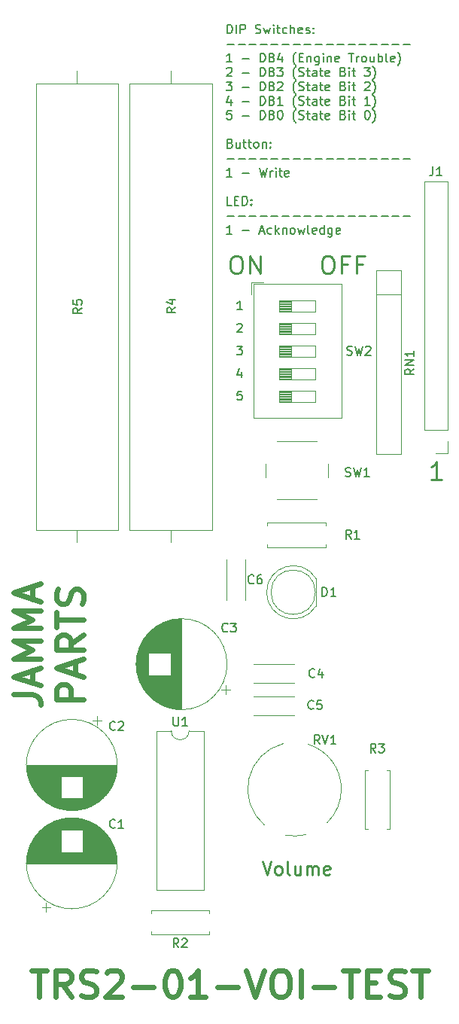
<source format=gbr>
%TF.GenerationSoftware,KiCad,Pcbnew,8.0.7*%
%TF.CreationDate,2025-03-21T14:51:30-04:00*%
%TF.ProjectId,TRS2-Voice-Tester,54525332-2d56-46f6-9963-652d54657374,rev?*%
%TF.SameCoordinates,Original*%
%TF.FileFunction,Legend,Top*%
%TF.FilePolarity,Positive*%
%FSLAX46Y46*%
G04 Gerber Fmt 4.6, Leading zero omitted, Abs format (unit mm)*
G04 Created by KiCad (PCBNEW 8.0.7) date 2025-03-21 14:51:30*
%MOMM*%
%LPD*%
G01*
G04 APERTURE LIST*
%ADD10C,0.150000*%
%ADD11C,0.600000*%
%ADD12C,0.250000*%
%ADD13C,0.120000*%
G04 APERTURE END LIST*
D10*
X127080476Y-83673152D02*
X127080476Y-84339819D01*
X126842381Y-83292200D02*
X126604286Y-84006485D01*
X126604286Y-84006485D02*
X127223333Y-84006485D01*
D11*
X103494285Y-150986657D02*
X105208571Y-150986657D01*
X104351428Y-153986657D02*
X104351428Y-150986657D01*
X107922856Y-153986657D02*
X106922856Y-152558085D01*
X106208570Y-153986657D02*
X106208570Y-150986657D01*
X106208570Y-150986657D02*
X107351427Y-150986657D01*
X107351427Y-150986657D02*
X107637142Y-151129514D01*
X107637142Y-151129514D02*
X107779999Y-151272371D01*
X107779999Y-151272371D02*
X107922856Y-151558085D01*
X107922856Y-151558085D02*
X107922856Y-151986657D01*
X107922856Y-151986657D02*
X107779999Y-152272371D01*
X107779999Y-152272371D02*
X107637142Y-152415228D01*
X107637142Y-152415228D02*
X107351427Y-152558085D01*
X107351427Y-152558085D02*
X106208570Y-152558085D01*
X109065713Y-153843800D02*
X109494285Y-153986657D01*
X109494285Y-153986657D02*
X110208570Y-153986657D01*
X110208570Y-153986657D02*
X110494285Y-153843800D01*
X110494285Y-153843800D02*
X110637142Y-153700942D01*
X110637142Y-153700942D02*
X110779999Y-153415228D01*
X110779999Y-153415228D02*
X110779999Y-153129514D01*
X110779999Y-153129514D02*
X110637142Y-152843800D01*
X110637142Y-152843800D02*
X110494285Y-152700942D01*
X110494285Y-152700942D02*
X110208570Y-152558085D01*
X110208570Y-152558085D02*
X109637142Y-152415228D01*
X109637142Y-152415228D02*
X109351427Y-152272371D01*
X109351427Y-152272371D02*
X109208570Y-152129514D01*
X109208570Y-152129514D02*
X109065713Y-151843800D01*
X109065713Y-151843800D02*
X109065713Y-151558085D01*
X109065713Y-151558085D02*
X109208570Y-151272371D01*
X109208570Y-151272371D02*
X109351427Y-151129514D01*
X109351427Y-151129514D02*
X109637142Y-150986657D01*
X109637142Y-150986657D02*
X110351427Y-150986657D01*
X110351427Y-150986657D02*
X110779999Y-151129514D01*
X111922856Y-151272371D02*
X112065713Y-151129514D01*
X112065713Y-151129514D02*
X112351428Y-150986657D01*
X112351428Y-150986657D02*
X113065713Y-150986657D01*
X113065713Y-150986657D02*
X113351428Y-151129514D01*
X113351428Y-151129514D02*
X113494285Y-151272371D01*
X113494285Y-151272371D02*
X113637142Y-151558085D01*
X113637142Y-151558085D02*
X113637142Y-151843800D01*
X113637142Y-151843800D02*
X113494285Y-152272371D01*
X113494285Y-152272371D02*
X111779999Y-153986657D01*
X111779999Y-153986657D02*
X113637142Y-153986657D01*
X114922856Y-152843800D02*
X117208571Y-152843800D01*
X119208571Y-150986657D02*
X119494285Y-150986657D01*
X119494285Y-150986657D02*
X119779999Y-151129514D01*
X119779999Y-151129514D02*
X119922857Y-151272371D01*
X119922857Y-151272371D02*
X120065714Y-151558085D01*
X120065714Y-151558085D02*
X120208571Y-152129514D01*
X120208571Y-152129514D02*
X120208571Y-152843800D01*
X120208571Y-152843800D02*
X120065714Y-153415228D01*
X120065714Y-153415228D02*
X119922857Y-153700942D01*
X119922857Y-153700942D02*
X119779999Y-153843800D01*
X119779999Y-153843800D02*
X119494285Y-153986657D01*
X119494285Y-153986657D02*
X119208571Y-153986657D01*
X119208571Y-153986657D02*
X118922857Y-153843800D01*
X118922857Y-153843800D02*
X118779999Y-153700942D01*
X118779999Y-153700942D02*
X118637142Y-153415228D01*
X118637142Y-153415228D02*
X118494285Y-152843800D01*
X118494285Y-152843800D02*
X118494285Y-152129514D01*
X118494285Y-152129514D02*
X118637142Y-151558085D01*
X118637142Y-151558085D02*
X118779999Y-151272371D01*
X118779999Y-151272371D02*
X118922857Y-151129514D01*
X118922857Y-151129514D02*
X119208571Y-150986657D01*
X123065714Y-153986657D02*
X121351428Y-153986657D01*
X122208571Y-153986657D02*
X122208571Y-150986657D01*
X122208571Y-150986657D02*
X121922857Y-151415228D01*
X121922857Y-151415228D02*
X121637142Y-151700942D01*
X121637142Y-151700942D02*
X121351428Y-151843800D01*
X124351428Y-152843800D02*
X126637143Y-152843800D01*
X127637143Y-150986657D02*
X128637143Y-153986657D01*
X128637143Y-153986657D02*
X129637143Y-150986657D01*
X131208572Y-150986657D02*
X131780000Y-150986657D01*
X131780000Y-150986657D02*
X132065715Y-151129514D01*
X132065715Y-151129514D02*
X132351429Y-151415228D01*
X132351429Y-151415228D02*
X132494286Y-151986657D01*
X132494286Y-151986657D02*
X132494286Y-152986657D01*
X132494286Y-152986657D02*
X132351429Y-153558085D01*
X132351429Y-153558085D02*
X132065715Y-153843800D01*
X132065715Y-153843800D02*
X131780000Y-153986657D01*
X131780000Y-153986657D02*
X131208572Y-153986657D01*
X131208572Y-153986657D02*
X130922858Y-153843800D01*
X130922858Y-153843800D02*
X130637143Y-153558085D01*
X130637143Y-153558085D02*
X130494286Y-152986657D01*
X130494286Y-152986657D02*
X130494286Y-151986657D01*
X130494286Y-151986657D02*
X130637143Y-151415228D01*
X130637143Y-151415228D02*
X130922858Y-151129514D01*
X130922858Y-151129514D02*
X131208572Y-150986657D01*
X133780000Y-153986657D02*
X133780000Y-150986657D01*
X135208571Y-152843800D02*
X137494286Y-152843800D01*
X138494286Y-150986657D02*
X140208572Y-150986657D01*
X139351429Y-153986657D02*
X139351429Y-150986657D01*
X141208571Y-152415228D02*
X142208571Y-152415228D01*
X142637143Y-153986657D02*
X141208571Y-153986657D01*
X141208571Y-153986657D02*
X141208571Y-150986657D01*
X141208571Y-150986657D02*
X142637143Y-150986657D01*
X143780000Y-153843800D02*
X144208572Y-153986657D01*
X144208572Y-153986657D02*
X144922857Y-153986657D01*
X144922857Y-153986657D02*
X145208572Y-153843800D01*
X145208572Y-153843800D02*
X145351429Y-153700942D01*
X145351429Y-153700942D02*
X145494286Y-153415228D01*
X145494286Y-153415228D02*
X145494286Y-153129514D01*
X145494286Y-153129514D02*
X145351429Y-152843800D01*
X145351429Y-152843800D02*
X145208572Y-152700942D01*
X145208572Y-152700942D02*
X144922857Y-152558085D01*
X144922857Y-152558085D02*
X144351429Y-152415228D01*
X144351429Y-152415228D02*
X144065714Y-152272371D01*
X144065714Y-152272371D02*
X143922857Y-152129514D01*
X143922857Y-152129514D02*
X143780000Y-151843800D01*
X143780000Y-151843800D02*
X143780000Y-151558085D01*
X143780000Y-151558085D02*
X143922857Y-151272371D01*
X143922857Y-151272371D02*
X144065714Y-151129514D01*
X144065714Y-151129514D02*
X144351429Y-150986657D01*
X144351429Y-150986657D02*
X145065714Y-150986657D01*
X145065714Y-150986657D02*
X145494286Y-151129514D01*
X146351429Y-150986657D02*
X148065715Y-150986657D01*
X147208572Y-153986657D02*
X147208572Y-150986657D01*
D12*
X126332379Y-70642238D02*
X126713332Y-70642238D01*
X126713332Y-70642238D02*
X126903808Y-70737476D01*
X126903808Y-70737476D02*
X127094284Y-70927952D01*
X127094284Y-70927952D02*
X127189522Y-71308904D01*
X127189522Y-71308904D02*
X127189522Y-71975571D01*
X127189522Y-71975571D02*
X127094284Y-72356523D01*
X127094284Y-72356523D02*
X126903808Y-72547000D01*
X126903808Y-72547000D02*
X126713332Y-72642238D01*
X126713332Y-72642238D02*
X126332379Y-72642238D01*
X126332379Y-72642238D02*
X126141903Y-72547000D01*
X126141903Y-72547000D02*
X125951427Y-72356523D01*
X125951427Y-72356523D02*
X125856189Y-71975571D01*
X125856189Y-71975571D02*
X125856189Y-71308904D01*
X125856189Y-71308904D02*
X125951427Y-70927952D01*
X125951427Y-70927952D02*
X126141903Y-70737476D01*
X126141903Y-70737476D02*
X126332379Y-70642238D01*
X128046665Y-72642238D02*
X128046665Y-70642238D01*
X128046665Y-70642238D02*
X129189522Y-72642238D01*
X129189522Y-72642238D02*
X129189522Y-70642238D01*
X136618095Y-70642238D02*
X136999048Y-70642238D01*
X136999048Y-70642238D02*
X137189524Y-70737476D01*
X137189524Y-70737476D02*
X137380000Y-70927952D01*
X137380000Y-70927952D02*
X137475238Y-71308904D01*
X137475238Y-71308904D02*
X137475238Y-71975571D01*
X137475238Y-71975571D02*
X137380000Y-72356523D01*
X137380000Y-72356523D02*
X137189524Y-72547000D01*
X137189524Y-72547000D02*
X136999048Y-72642238D01*
X136999048Y-72642238D02*
X136618095Y-72642238D01*
X136618095Y-72642238D02*
X136427619Y-72547000D01*
X136427619Y-72547000D02*
X136237143Y-72356523D01*
X136237143Y-72356523D02*
X136141905Y-71975571D01*
X136141905Y-71975571D02*
X136141905Y-71308904D01*
X136141905Y-71308904D02*
X136237143Y-70927952D01*
X136237143Y-70927952D02*
X136427619Y-70737476D01*
X136427619Y-70737476D02*
X136618095Y-70642238D01*
X138999048Y-71594619D02*
X138332381Y-71594619D01*
X138332381Y-72642238D02*
X138332381Y-70642238D01*
X138332381Y-70642238D02*
X139284762Y-70642238D01*
X140713334Y-71594619D02*
X140046667Y-71594619D01*
X140046667Y-72642238D02*
X140046667Y-70642238D01*
X140046667Y-70642238D02*
X140999048Y-70642238D01*
D10*
X127175714Y-76719819D02*
X126604286Y-76719819D01*
X126890000Y-76719819D02*
X126890000Y-75719819D01*
X126890000Y-75719819D02*
X126794762Y-75862676D01*
X126794762Y-75862676D02*
X126699524Y-75957914D01*
X126699524Y-75957914D02*
X126604286Y-76005533D01*
X127128095Y-85879819D02*
X126651905Y-85879819D01*
X126651905Y-85879819D02*
X126604286Y-86356009D01*
X126604286Y-86356009D02*
X126651905Y-86308390D01*
X126651905Y-86308390D02*
X126747143Y-86260771D01*
X126747143Y-86260771D02*
X126985238Y-86260771D01*
X126985238Y-86260771D02*
X127080476Y-86308390D01*
X127080476Y-86308390D02*
X127128095Y-86356009D01*
X127128095Y-86356009D02*
X127175714Y-86451247D01*
X127175714Y-86451247D02*
X127175714Y-86689342D01*
X127175714Y-86689342D02*
X127128095Y-86784580D01*
X127128095Y-86784580D02*
X127080476Y-86832200D01*
X127080476Y-86832200D02*
X126985238Y-86879819D01*
X126985238Y-86879819D02*
X126747143Y-86879819D01*
X126747143Y-86879819D02*
X126651905Y-86832200D01*
X126651905Y-86832200D02*
X126604286Y-86784580D01*
D12*
X149591428Y-95812238D02*
X148448571Y-95812238D01*
X149019999Y-95812238D02*
X149019999Y-93812238D01*
X149019999Y-93812238D02*
X148829523Y-94097952D01*
X148829523Y-94097952D02*
X148639047Y-94288428D01*
X148639047Y-94288428D02*
X148448571Y-94383666D01*
D10*
X126604286Y-78355057D02*
X126651905Y-78307438D01*
X126651905Y-78307438D02*
X126747143Y-78259819D01*
X126747143Y-78259819D02*
X126985238Y-78259819D01*
X126985238Y-78259819D02*
X127080476Y-78307438D01*
X127080476Y-78307438D02*
X127128095Y-78355057D01*
X127128095Y-78355057D02*
X127175714Y-78450295D01*
X127175714Y-78450295D02*
X127175714Y-78545533D01*
X127175714Y-78545533D02*
X127128095Y-78688390D01*
X127128095Y-78688390D02*
X126556667Y-79259819D01*
X126556667Y-79259819D02*
X127175714Y-79259819D01*
D12*
X129437330Y-138753428D02*
X129937330Y-140253428D01*
X129937330Y-140253428D02*
X130437330Y-138753428D01*
X131151615Y-140253428D02*
X131008758Y-140182000D01*
X131008758Y-140182000D02*
X130937329Y-140110571D01*
X130937329Y-140110571D02*
X130865901Y-139967714D01*
X130865901Y-139967714D02*
X130865901Y-139539142D01*
X130865901Y-139539142D02*
X130937329Y-139396285D01*
X130937329Y-139396285D02*
X131008758Y-139324857D01*
X131008758Y-139324857D02*
X131151615Y-139253428D01*
X131151615Y-139253428D02*
X131365901Y-139253428D01*
X131365901Y-139253428D02*
X131508758Y-139324857D01*
X131508758Y-139324857D02*
X131580187Y-139396285D01*
X131580187Y-139396285D02*
X131651615Y-139539142D01*
X131651615Y-139539142D02*
X131651615Y-139967714D01*
X131651615Y-139967714D02*
X131580187Y-140110571D01*
X131580187Y-140110571D02*
X131508758Y-140182000D01*
X131508758Y-140182000D02*
X131365901Y-140253428D01*
X131365901Y-140253428D02*
X131151615Y-140253428D01*
X132508758Y-140253428D02*
X132365901Y-140182000D01*
X132365901Y-140182000D02*
X132294472Y-140039142D01*
X132294472Y-140039142D02*
X132294472Y-138753428D01*
X133723044Y-139253428D02*
X133723044Y-140253428D01*
X133080186Y-139253428D02*
X133080186Y-140039142D01*
X133080186Y-140039142D02*
X133151615Y-140182000D01*
X133151615Y-140182000D02*
X133294472Y-140253428D01*
X133294472Y-140253428D02*
X133508758Y-140253428D01*
X133508758Y-140253428D02*
X133651615Y-140182000D01*
X133651615Y-140182000D02*
X133723044Y-140110571D01*
X134437329Y-140253428D02*
X134437329Y-139253428D01*
X134437329Y-139396285D02*
X134508758Y-139324857D01*
X134508758Y-139324857D02*
X134651615Y-139253428D01*
X134651615Y-139253428D02*
X134865901Y-139253428D01*
X134865901Y-139253428D02*
X135008758Y-139324857D01*
X135008758Y-139324857D02*
X135080187Y-139467714D01*
X135080187Y-139467714D02*
X135080187Y-140253428D01*
X135080187Y-139467714D02*
X135151615Y-139324857D01*
X135151615Y-139324857D02*
X135294472Y-139253428D01*
X135294472Y-139253428D02*
X135508758Y-139253428D01*
X135508758Y-139253428D02*
X135651615Y-139324857D01*
X135651615Y-139324857D02*
X135723044Y-139467714D01*
X135723044Y-139467714D02*
X135723044Y-140253428D01*
X137008758Y-140182000D02*
X136865901Y-140253428D01*
X136865901Y-140253428D02*
X136580187Y-140253428D01*
X136580187Y-140253428D02*
X136437329Y-140182000D01*
X136437329Y-140182000D02*
X136365901Y-140039142D01*
X136365901Y-140039142D02*
X136365901Y-139467714D01*
X136365901Y-139467714D02*
X136437329Y-139324857D01*
X136437329Y-139324857D02*
X136580187Y-139253428D01*
X136580187Y-139253428D02*
X136865901Y-139253428D01*
X136865901Y-139253428D02*
X137008758Y-139324857D01*
X137008758Y-139324857D02*
X137080187Y-139467714D01*
X137080187Y-139467714D02*
X137080187Y-139610571D01*
X137080187Y-139610571D02*
X136365901Y-139753428D01*
D10*
X126556667Y-80799819D02*
X127175714Y-80799819D01*
X127175714Y-80799819D02*
X126842381Y-81180771D01*
X126842381Y-81180771D02*
X126985238Y-81180771D01*
X126985238Y-81180771D02*
X127080476Y-81228390D01*
X127080476Y-81228390D02*
X127128095Y-81276009D01*
X127128095Y-81276009D02*
X127175714Y-81371247D01*
X127175714Y-81371247D02*
X127175714Y-81609342D01*
X127175714Y-81609342D02*
X127128095Y-81704580D01*
X127128095Y-81704580D02*
X127080476Y-81752200D01*
X127080476Y-81752200D02*
X126985238Y-81799819D01*
X126985238Y-81799819D02*
X126699524Y-81799819D01*
X126699524Y-81799819D02*
X126604286Y-81752200D01*
X126604286Y-81752200D02*
X126556667Y-81704580D01*
D11*
X101451741Y-119961428D02*
X103594598Y-119961428D01*
X103594598Y-119961428D02*
X104023169Y-120104285D01*
X104023169Y-120104285D02*
X104308884Y-120389999D01*
X104308884Y-120389999D02*
X104451741Y-120818571D01*
X104451741Y-120818571D02*
X104451741Y-121104285D01*
X103594598Y-118675714D02*
X103594598Y-117247143D01*
X104451741Y-118961428D02*
X101451741Y-117961428D01*
X101451741Y-117961428D02*
X104451741Y-116961428D01*
X104451741Y-115961428D02*
X101451741Y-115961428D01*
X101451741Y-115961428D02*
X103594598Y-114961428D01*
X103594598Y-114961428D02*
X101451741Y-113961428D01*
X101451741Y-113961428D02*
X104451741Y-113961428D01*
X104451741Y-112532857D02*
X101451741Y-112532857D01*
X101451741Y-112532857D02*
X103594598Y-111532857D01*
X103594598Y-111532857D02*
X101451741Y-110532857D01*
X101451741Y-110532857D02*
X104451741Y-110532857D01*
X103594598Y-109247143D02*
X103594598Y-107818572D01*
X104451741Y-109532857D02*
X101451741Y-108532857D01*
X101451741Y-108532857D02*
X104451741Y-107532857D01*
X109281573Y-120532857D02*
X106281573Y-120532857D01*
X106281573Y-120532857D02*
X106281573Y-119390000D01*
X106281573Y-119390000D02*
X106424430Y-119104285D01*
X106424430Y-119104285D02*
X106567287Y-118961428D01*
X106567287Y-118961428D02*
X106853001Y-118818571D01*
X106853001Y-118818571D02*
X107281573Y-118818571D01*
X107281573Y-118818571D02*
X107567287Y-118961428D01*
X107567287Y-118961428D02*
X107710144Y-119104285D01*
X107710144Y-119104285D02*
X107853001Y-119390000D01*
X107853001Y-119390000D02*
X107853001Y-120532857D01*
X108424430Y-117675714D02*
X108424430Y-116247143D01*
X109281573Y-117961428D02*
X106281573Y-116961428D01*
X106281573Y-116961428D02*
X109281573Y-115961428D01*
X109281573Y-113247142D02*
X107853001Y-114247142D01*
X109281573Y-114961428D02*
X106281573Y-114961428D01*
X106281573Y-114961428D02*
X106281573Y-113818571D01*
X106281573Y-113818571D02*
X106424430Y-113532856D01*
X106424430Y-113532856D02*
X106567287Y-113389999D01*
X106567287Y-113389999D02*
X106853001Y-113247142D01*
X106853001Y-113247142D02*
X107281573Y-113247142D01*
X107281573Y-113247142D02*
X107567287Y-113389999D01*
X107567287Y-113389999D02*
X107710144Y-113532856D01*
X107710144Y-113532856D02*
X107853001Y-113818571D01*
X107853001Y-113818571D02*
X107853001Y-114961428D01*
X106281573Y-112389999D02*
X106281573Y-110675714D01*
X109281573Y-111532856D02*
X106281573Y-111532856D01*
X109138716Y-109818571D02*
X109281573Y-109390000D01*
X109281573Y-109390000D02*
X109281573Y-108675714D01*
X109281573Y-108675714D02*
X109138716Y-108390000D01*
X109138716Y-108390000D02*
X108995858Y-108247142D01*
X108995858Y-108247142D02*
X108710144Y-108104285D01*
X108710144Y-108104285D02*
X108424430Y-108104285D01*
X108424430Y-108104285D02*
X108138716Y-108247142D01*
X108138716Y-108247142D02*
X107995858Y-108390000D01*
X107995858Y-108390000D02*
X107853001Y-108675714D01*
X107853001Y-108675714D02*
X107710144Y-109247142D01*
X107710144Y-109247142D02*
X107567287Y-109532857D01*
X107567287Y-109532857D02*
X107424430Y-109675714D01*
X107424430Y-109675714D02*
X107138716Y-109818571D01*
X107138716Y-109818571D02*
X106853001Y-109818571D01*
X106853001Y-109818571D02*
X106567287Y-109675714D01*
X106567287Y-109675714D02*
X106424430Y-109532857D01*
X106424430Y-109532857D02*
X106281573Y-109247142D01*
X106281573Y-109247142D02*
X106281573Y-108532857D01*
X106281573Y-108532857D02*
X106424430Y-108104285D01*
D10*
X125486779Y-45645211D02*
X125486779Y-44645211D01*
X125486779Y-44645211D02*
X125724874Y-44645211D01*
X125724874Y-44645211D02*
X125867731Y-44692830D01*
X125867731Y-44692830D02*
X125962969Y-44788068D01*
X125962969Y-44788068D02*
X126010588Y-44883306D01*
X126010588Y-44883306D02*
X126058207Y-45073782D01*
X126058207Y-45073782D02*
X126058207Y-45216639D01*
X126058207Y-45216639D02*
X126010588Y-45407115D01*
X126010588Y-45407115D02*
X125962969Y-45502353D01*
X125962969Y-45502353D02*
X125867731Y-45597592D01*
X125867731Y-45597592D02*
X125724874Y-45645211D01*
X125724874Y-45645211D02*
X125486779Y-45645211D01*
X126486779Y-45645211D02*
X126486779Y-44645211D01*
X126962969Y-45645211D02*
X126962969Y-44645211D01*
X126962969Y-44645211D02*
X127343921Y-44645211D01*
X127343921Y-44645211D02*
X127439159Y-44692830D01*
X127439159Y-44692830D02*
X127486778Y-44740449D01*
X127486778Y-44740449D02*
X127534397Y-44835687D01*
X127534397Y-44835687D02*
X127534397Y-44978544D01*
X127534397Y-44978544D02*
X127486778Y-45073782D01*
X127486778Y-45073782D02*
X127439159Y-45121401D01*
X127439159Y-45121401D02*
X127343921Y-45169020D01*
X127343921Y-45169020D02*
X126962969Y-45169020D01*
X128677255Y-45597592D02*
X128820112Y-45645211D01*
X128820112Y-45645211D02*
X129058207Y-45645211D01*
X129058207Y-45645211D02*
X129153445Y-45597592D01*
X129153445Y-45597592D02*
X129201064Y-45549972D01*
X129201064Y-45549972D02*
X129248683Y-45454734D01*
X129248683Y-45454734D02*
X129248683Y-45359496D01*
X129248683Y-45359496D02*
X129201064Y-45264258D01*
X129201064Y-45264258D02*
X129153445Y-45216639D01*
X129153445Y-45216639D02*
X129058207Y-45169020D01*
X129058207Y-45169020D02*
X128867731Y-45121401D01*
X128867731Y-45121401D02*
X128772493Y-45073782D01*
X128772493Y-45073782D02*
X128724874Y-45026163D01*
X128724874Y-45026163D02*
X128677255Y-44930925D01*
X128677255Y-44930925D02*
X128677255Y-44835687D01*
X128677255Y-44835687D02*
X128724874Y-44740449D01*
X128724874Y-44740449D02*
X128772493Y-44692830D01*
X128772493Y-44692830D02*
X128867731Y-44645211D01*
X128867731Y-44645211D02*
X129105826Y-44645211D01*
X129105826Y-44645211D02*
X129248683Y-44692830D01*
X129582017Y-44978544D02*
X129772493Y-45645211D01*
X129772493Y-45645211D02*
X129962969Y-45169020D01*
X129962969Y-45169020D02*
X130153445Y-45645211D01*
X130153445Y-45645211D02*
X130343921Y-44978544D01*
X130724874Y-45645211D02*
X130724874Y-44978544D01*
X130724874Y-44645211D02*
X130677255Y-44692830D01*
X130677255Y-44692830D02*
X130724874Y-44740449D01*
X130724874Y-44740449D02*
X130772493Y-44692830D01*
X130772493Y-44692830D02*
X130724874Y-44645211D01*
X130724874Y-44645211D02*
X130724874Y-44740449D01*
X131058207Y-44978544D02*
X131439159Y-44978544D01*
X131201064Y-44645211D02*
X131201064Y-45502353D01*
X131201064Y-45502353D02*
X131248683Y-45597592D01*
X131248683Y-45597592D02*
X131343921Y-45645211D01*
X131343921Y-45645211D02*
X131439159Y-45645211D01*
X132201064Y-45597592D02*
X132105826Y-45645211D01*
X132105826Y-45645211D02*
X131915350Y-45645211D01*
X131915350Y-45645211D02*
X131820112Y-45597592D01*
X131820112Y-45597592D02*
X131772493Y-45549972D01*
X131772493Y-45549972D02*
X131724874Y-45454734D01*
X131724874Y-45454734D02*
X131724874Y-45169020D01*
X131724874Y-45169020D02*
X131772493Y-45073782D01*
X131772493Y-45073782D02*
X131820112Y-45026163D01*
X131820112Y-45026163D02*
X131915350Y-44978544D01*
X131915350Y-44978544D02*
X132105826Y-44978544D01*
X132105826Y-44978544D02*
X132201064Y-45026163D01*
X132629636Y-45645211D02*
X132629636Y-44645211D01*
X133058207Y-45645211D02*
X133058207Y-45121401D01*
X133058207Y-45121401D02*
X133010588Y-45026163D01*
X133010588Y-45026163D02*
X132915350Y-44978544D01*
X132915350Y-44978544D02*
X132772493Y-44978544D01*
X132772493Y-44978544D02*
X132677255Y-45026163D01*
X132677255Y-45026163D02*
X132629636Y-45073782D01*
X133915350Y-45597592D02*
X133820112Y-45645211D01*
X133820112Y-45645211D02*
X133629636Y-45645211D01*
X133629636Y-45645211D02*
X133534398Y-45597592D01*
X133534398Y-45597592D02*
X133486779Y-45502353D01*
X133486779Y-45502353D02*
X133486779Y-45121401D01*
X133486779Y-45121401D02*
X133534398Y-45026163D01*
X133534398Y-45026163D02*
X133629636Y-44978544D01*
X133629636Y-44978544D02*
X133820112Y-44978544D01*
X133820112Y-44978544D02*
X133915350Y-45026163D01*
X133915350Y-45026163D02*
X133962969Y-45121401D01*
X133962969Y-45121401D02*
X133962969Y-45216639D01*
X133962969Y-45216639D02*
X133486779Y-45311877D01*
X134343922Y-45597592D02*
X134439160Y-45645211D01*
X134439160Y-45645211D02*
X134629636Y-45645211D01*
X134629636Y-45645211D02*
X134724874Y-45597592D01*
X134724874Y-45597592D02*
X134772493Y-45502353D01*
X134772493Y-45502353D02*
X134772493Y-45454734D01*
X134772493Y-45454734D02*
X134724874Y-45359496D01*
X134724874Y-45359496D02*
X134629636Y-45311877D01*
X134629636Y-45311877D02*
X134486779Y-45311877D01*
X134486779Y-45311877D02*
X134391541Y-45264258D01*
X134391541Y-45264258D02*
X134343922Y-45169020D01*
X134343922Y-45169020D02*
X134343922Y-45121401D01*
X134343922Y-45121401D02*
X134391541Y-45026163D01*
X134391541Y-45026163D02*
X134486779Y-44978544D01*
X134486779Y-44978544D02*
X134629636Y-44978544D01*
X134629636Y-44978544D02*
X134724874Y-45026163D01*
X135201065Y-45549972D02*
X135248684Y-45597592D01*
X135248684Y-45597592D02*
X135201065Y-45645211D01*
X135201065Y-45645211D02*
X135153446Y-45597592D01*
X135153446Y-45597592D02*
X135201065Y-45549972D01*
X135201065Y-45549972D02*
X135201065Y-45645211D01*
X135201065Y-45026163D02*
X135248684Y-45073782D01*
X135248684Y-45073782D02*
X135201065Y-45121401D01*
X135201065Y-45121401D02*
X135153446Y-45073782D01*
X135153446Y-45073782D02*
X135201065Y-45026163D01*
X135201065Y-45026163D02*
X135201065Y-45121401D01*
X125486779Y-46874202D02*
X126248684Y-46874202D01*
X126724874Y-46874202D02*
X127486779Y-46874202D01*
X127962969Y-46874202D02*
X128724874Y-46874202D01*
X129201064Y-46874202D02*
X129962969Y-46874202D01*
X130439159Y-46874202D02*
X131201064Y-46874202D01*
X131677254Y-46874202D02*
X132439159Y-46874202D01*
X132915349Y-46874202D02*
X133677254Y-46874202D01*
X134153444Y-46874202D02*
X134915349Y-46874202D01*
X135391539Y-46874202D02*
X136153444Y-46874202D01*
X136629634Y-46874202D02*
X137391539Y-46874202D01*
X137867729Y-46874202D02*
X138629634Y-46874202D01*
X139105824Y-46874202D02*
X139867729Y-46874202D01*
X140343919Y-46874202D02*
X141105824Y-46874202D01*
X141582014Y-46874202D02*
X142343919Y-46874202D01*
X142820109Y-46874202D02*
X143582014Y-46874202D01*
X144058204Y-46874202D02*
X144820109Y-46874202D01*
X145296299Y-46874202D02*
X146058204Y-46874202D01*
X126010588Y-48865099D02*
X125439160Y-48865099D01*
X125724874Y-48865099D02*
X125724874Y-47865099D01*
X125724874Y-47865099D02*
X125629636Y-48007956D01*
X125629636Y-48007956D02*
X125534398Y-48103194D01*
X125534398Y-48103194D02*
X125439160Y-48150813D01*
X127201065Y-48484146D02*
X127962970Y-48484146D01*
X129201065Y-48865099D02*
X129201065Y-47865099D01*
X129201065Y-47865099D02*
X129439160Y-47865099D01*
X129439160Y-47865099D02*
X129582017Y-47912718D01*
X129582017Y-47912718D02*
X129677255Y-48007956D01*
X129677255Y-48007956D02*
X129724874Y-48103194D01*
X129724874Y-48103194D02*
X129772493Y-48293670D01*
X129772493Y-48293670D02*
X129772493Y-48436527D01*
X129772493Y-48436527D02*
X129724874Y-48627003D01*
X129724874Y-48627003D02*
X129677255Y-48722241D01*
X129677255Y-48722241D02*
X129582017Y-48817480D01*
X129582017Y-48817480D02*
X129439160Y-48865099D01*
X129439160Y-48865099D02*
X129201065Y-48865099D01*
X130534398Y-48341289D02*
X130677255Y-48388908D01*
X130677255Y-48388908D02*
X130724874Y-48436527D01*
X130724874Y-48436527D02*
X130772493Y-48531765D01*
X130772493Y-48531765D02*
X130772493Y-48674622D01*
X130772493Y-48674622D02*
X130724874Y-48769860D01*
X130724874Y-48769860D02*
X130677255Y-48817480D01*
X130677255Y-48817480D02*
X130582017Y-48865099D01*
X130582017Y-48865099D02*
X130201065Y-48865099D01*
X130201065Y-48865099D02*
X130201065Y-47865099D01*
X130201065Y-47865099D02*
X130534398Y-47865099D01*
X130534398Y-47865099D02*
X130629636Y-47912718D01*
X130629636Y-47912718D02*
X130677255Y-47960337D01*
X130677255Y-47960337D02*
X130724874Y-48055575D01*
X130724874Y-48055575D02*
X130724874Y-48150813D01*
X130724874Y-48150813D02*
X130677255Y-48246051D01*
X130677255Y-48246051D02*
X130629636Y-48293670D01*
X130629636Y-48293670D02*
X130534398Y-48341289D01*
X130534398Y-48341289D02*
X130201065Y-48341289D01*
X131629636Y-48198432D02*
X131629636Y-48865099D01*
X131391541Y-47817480D02*
X131153446Y-48531765D01*
X131153446Y-48531765D02*
X131772493Y-48531765D01*
X133201065Y-49246051D02*
X133153446Y-49198432D01*
X133153446Y-49198432D02*
X133058208Y-49055575D01*
X133058208Y-49055575D02*
X133010589Y-48960337D01*
X133010589Y-48960337D02*
X132962970Y-48817480D01*
X132962970Y-48817480D02*
X132915351Y-48579384D01*
X132915351Y-48579384D02*
X132915351Y-48388908D01*
X132915351Y-48388908D02*
X132962970Y-48150813D01*
X132962970Y-48150813D02*
X133010589Y-48007956D01*
X133010589Y-48007956D02*
X133058208Y-47912718D01*
X133058208Y-47912718D02*
X133153446Y-47769860D01*
X133153446Y-47769860D02*
X133201065Y-47722241D01*
X133582018Y-48341289D02*
X133915351Y-48341289D01*
X134058208Y-48865099D02*
X133582018Y-48865099D01*
X133582018Y-48865099D02*
X133582018Y-47865099D01*
X133582018Y-47865099D02*
X134058208Y-47865099D01*
X134486780Y-48198432D02*
X134486780Y-48865099D01*
X134486780Y-48293670D02*
X134534399Y-48246051D01*
X134534399Y-48246051D02*
X134629637Y-48198432D01*
X134629637Y-48198432D02*
X134772494Y-48198432D01*
X134772494Y-48198432D02*
X134867732Y-48246051D01*
X134867732Y-48246051D02*
X134915351Y-48341289D01*
X134915351Y-48341289D02*
X134915351Y-48865099D01*
X135820113Y-48198432D02*
X135820113Y-49007956D01*
X135820113Y-49007956D02*
X135772494Y-49103194D01*
X135772494Y-49103194D02*
X135724875Y-49150813D01*
X135724875Y-49150813D02*
X135629637Y-49198432D01*
X135629637Y-49198432D02*
X135486780Y-49198432D01*
X135486780Y-49198432D02*
X135391542Y-49150813D01*
X135820113Y-48817480D02*
X135724875Y-48865099D01*
X135724875Y-48865099D02*
X135534399Y-48865099D01*
X135534399Y-48865099D02*
X135439161Y-48817480D01*
X135439161Y-48817480D02*
X135391542Y-48769860D01*
X135391542Y-48769860D02*
X135343923Y-48674622D01*
X135343923Y-48674622D02*
X135343923Y-48388908D01*
X135343923Y-48388908D02*
X135391542Y-48293670D01*
X135391542Y-48293670D02*
X135439161Y-48246051D01*
X135439161Y-48246051D02*
X135534399Y-48198432D01*
X135534399Y-48198432D02*
X135724875Y-48198432D01*
X135724875Y-48198432D02*
X135820113Y-48246051D01*
X136296304Y-48865099D02*
X136296304Y-48198432D01*
X136296304Y-47865099D02*
X136248685Y-47912718D01*
X136248685Y-47912718D02*
X136296304Y-47960337D01*
X136296304Y-47960337D02*
X136343923Y-47912718D01*
X136343923Y-47912718D02*
X136296304Y-47865099D01*
X136296304Y-47865099D02*
X136296304Y-47960337D01*
X136772494Y-48198432D02*
X136772494Y-48865099D01*
X136772494Y-48293670D02*
X136820113Y-48246051D01*
X136820113Y-48246051D02*
X136915351Y-48198432D01*
X136915351Y-48198432D02*
X137058208Y-48198432D01*
X137058208Y-48198432D02*
X137153446Y-48246051D01*
X137153446Y-48246051D02*
X137201065Y-48341289D01*
X137201065Y-48341289D02*
X137201065Y-48865099D01*
X138058208Y-48817480D02*
X137962970Y-48865099D01*
X137962970Y-48865099D02*
X137772494Y-48865099D01*
X137772494Y-48865099D02*
X137677256Y-48817480D01*
X137677256Y-48817480D02*
X137629637Y-48722241D01*
X137629637Y-48722241D02*
X137629637Y-48341289D01*
X137629637Y-48341289D02*
X137677256Y-48246051D01*
X137677256Y-48246051D02*
X137772494Y-48198432D01*
X137772494Y-48198432D02*
X137962970Y-48198432D01*
X137962970Y-48198432D02*
X138058208Y-48246051D01*
X138058208Y-48246051D02*
X138105827Y-48341289D01*
X138105827Y-48341289D02*
X138105827Y-48436527D01*
X138105827Y-48436527D02*
X137629637Y-48531765D01*
X139153447Y-47865099D02*
X139724875Y-47865099D01*
X139439161Y-48865099D02*
X139439161Y-47865099D01*
X140058209Y-48865099D02*
X140058209Y-48198432D01*
X140058209Y-48388908D02*
X140105828Y-48293670D01*
X140105828Y-48293670D02*
X140153447Y-48246051D01*
X140153447Y-48246051D02*
X140248685Y-48198432D01*
X140248685Y-48198432D02*
X140343923Y-48198432D01*
X140820114Y-48865099D02*
X140724876Y-48817480D01*
X140724876Y-48817480D02*
X140677257Y-48769860D01*
X140677257Y-48769860D02*
X140629638Y-48674622D01*
X140629638Y-48674622D02*
X140629638Y-48388908D01*
X140629638Y-48388908D02*
X140677257Y-48293670D01*
X140677257Y-48293670D02*
X140724876Y-48246051D01*
X140724876Y-48246051D02*
X140820114Y-48198432D01*
X140820114Y-48198432D02*
X140962971Y-48198432D01*
X140962971Y-48198432D02*
X141058209Y-48246051D01*
X141058209Y-48246051D02*
X141105828Y-48293670D01*
X141105828Y-48293670D02*
X141153447Y-48388908D01*
X141153447Y-48388908D02*
X141153447Y-48674622D01*
X141153447Y-48674622D02*
X141105828Y-48769860D01*
X141105828Y-48769860D02*
X141058209Y-48817480D01*
X141058209Y-48817480D02*
X140962971Y-48865099D01*
X140962971Y-48865099D02*
X140820114Y-48865099D01*
X142010590Y-48198432D02*
X142010590Y-48865099D01*
X141582019Y-48198432D02*
X141582019Y-48722241D01*
X141582019Y-48722241D02*
X141629638Y-48817480D01*
X141629638Y-48817480D02*
X141724876Y-48865099D01*
X141724876Y-48865099D02*
X141867733Y-48865099D01*
X141867733Y-48865099D02*
X141962971Y-48817480D01*
X141962971Y-48817480D02*
X142010590Y-48769860D01*
X142486781Y-48865099D02*
X142486781Y-47865099D01*
X142486781Y-48246051D02*
X142582019Y-48198432D01*
X142582019Y-48198432D02*
X142772495Y-48198432D01*
X142772495Y-48198432D02*
X142867733Y-48246051D01*
X142867733Y-48246051D02*
X142915352Y-48293670D01*
X142915352Y-48293670D02*
X142962971Y-48388908D01*
X142962971Y-48388908D02*
X142962971Y-48674622D01*
X142962971Y-48674622D02*
X142915352Y-48769860D01*
X142915352Y-48769860D02*
X142867733Y-48817480D01*
X142867733Y-48817480D02*
X142772495Y-48865099D01*
X142772495Y-48865099D02*
X142582019Y-48865099D01*
X142582019Y-48865099D02*
X142486781Y-48817480D01*
X143534400Y-48865099D02*
X143439162Y-48817480D01*
X143439162Y-48817480D02*
X143391543Y-48722241D01*
X143391543Y-48722241D02*
X143391543Y-47865099D01*
X144296305Y-48817480D02*
X144201067Y-48865099D01*
X144201067Y-48865099D02*
X144010591Y-48865099D01*
X144010591Y-48865099D02*
X143915353Y-48817480D01*
X143915353Y-48817480D02*
X143867734Y-48722241D01*
X143867734Y-48722241D02*
X143867734Y-48341289D01*
X143867734Y-48341289D02*
X143915353Y-48246051D01*
X143915353Y-48246051D02*
X144010591Y-48198432D01*
X144010591Y-48198432D02*
X144201067Y-48198432D01*
X144201067Y-48198432D02*
X144296305Y-48246051D01*
X144296305Y-48246051D02*
X144343924Y-48341289D01*
X144343924Y-48341289D02*
X144343924Y-48436527D01*
X144343924Y-48436527D02*
X143867734Y-48531765D01*
X144677258Y-49246051D02*
X144724877Y-49198432D01*
X144724877Y-49198432D02*
X144820115Y-49055575D01*
X144820115Y-49055575D02*
X144867734Y-48960337D01*
X144867734Y-48960337D02*
X144915353Y-48817480D01*
X144915353Y-48817480D02*
X144962972Y-48579384D01*
X144962972Y-48579384D02*
X144962972Y-48388908D01*
X144962972Y-48388908D02*
X144915353Y-48150813D01*
X144915353Y-48150813D02*
X144867734Y-48007956D01*
X144867734Y-48007956D02*
X144820115Y-47912718D01*
X144820115Y-47912718D02*
X144724877Y-47769860D01*
X144724877Y-47769860D02*
X144677258Y-47722241D01*
X125439160Y-49570281D02*
X125486779Y-49522662D01*
X125486779Y-49522662D02*
X125582017Y-49475043D01*
X125582017Y-49475043D02*
X125820112Y-49475043D01*
X125820112Y-49475043D02*
X125915350Y-49522662D01*
X125915350Y-49522662D02*
X125962969Y-49570281D01*
X125962969Y-49570281D02*
X126010588Y-49665519D01*
X126010588Y-49665519D02*
X126010588Y-49760757D01*
X126010588Y-49760757D02*
X125962969Y-49903614D01*
X125962969Y-49903614D02*
X125391541Y-50475043D01*
X125391541Y-50475043D02*
X126010588Y-50475043D01*
X127201065Y-50094090D02*
X127962970Y-50094090D01*
X129201065Y-50475043D02*
X129201065Y-49475043D01*
X129201065Y-49475043D02*
X129439160Y-49475043D01*
X129439160Y-49475043D02*
X129582017Y-49522662D01*
X129582017Y-49522662D02*
X129677255Y-49617900D01*
X129677255Y-49617900D02*
X129724874Y-49713138D01*
X129724874Y-49713138D02*
X129772493Y-49903614D01*
X129772493Y-49903614D02*
X129772493Y-50046471D01*
X129772493Y-50046471D02*
X129724874Y-50236947D01*
X129724874Y-50236947D02*
X129677255Y-50332185D01*
X129677255Y-50332185D02*
X129582017Y-50427424D01*
X129582017Y-50427424D02*
X129439160Y-50475043D01*
X129439160Y-50475043D02*
X129201065Y-50475043D01*
X130534398Y-49951233D02*
X130677255Y-49998852D01*
X130677255Y-49998852D02*
X130724874Y-50046471D01*
X130724874Y-50046471D02*
X130772493Y-50141709D01*
X130772493Y-50141709D02*
X130772493Y-50284566D01*
X130772493Y-50284566D02*
X130724874Y-50379804D01*
X130724874Y-50379804D02*
X130677255Y-50427424D01*
X130677255Y-50427424D02*
X130582017Y-50475043D01*
X130582017Y-50475043D02*
X130201065Y-50475043D01*
X130201065Y-50475043D02*
X130201065Y-49475043D01*
X130201065Y-49475043D02*
X130534398Y-49475043D01*
X130534398Y-49475043D02*
X130629636Y-49522662D01*
X130629636Y-49522662D02*
X130677255Y-49570281D01*
X130677255Y-49570281D02*
X130724874Y-49665519D01*
X130724874Y-49665519D02*
X130724874Y-49760757D01*
X130724874Y-49760757D02*
X130677255Y-49855995D01*
X130677255Y-49855995D02*
X130629636Y-49903614D01*
X130629636Y-49903614D02*
X130534398Y-49951233D01*
X130534398Y-49951233D02*
X130201065Y-49951233D01*
X131105827Y-49475043D02*
X131724874Y-49475043D01*
X131724874Y-49475043D02*
X131391541Y-49855995D01*
X131391541Y-49855995D02*
X131534398Y-49855995D01*
X131534398Y-49855995D02*
X131629636Y-49903614D01*
X131629636Y-49903614D02*
X131677255Y-49951233D01*
X131677255Y-49951233D02*
X131724874Y-50046471D01*
X131724874Y-50046471D02*
X131724874Y-50284566D01*
X131724874Y-50284566D02*
X131677255Y-50379804D01*
X131677255Y-50379804D02*
X131629636Y-50427424D01*
X131629636Y-50427424D02*
X131534398Y-50475043D01*
X131534398Y-50475043D02*
X131248684Y-50475043D01*
X131248684Y-50475043D02*
X131153446Y-50427424D01*
X131153446Y-50427424D02*
X131105827Y-50379804D01*
X133201065Y-50855995D02*
X133153446Y-50808376D01*
X133153446Y-50808376D02*
X133058208Y-50665519D01*
X133058208Y-50665519D02*
X133010589Y-50570281D01*
X133010589Y-50570281D02*
X132962970Y-50427424D01*
X132962970Y-50427424D02*
X132915351Y-50189328D01*
X132915351Y-50189328D02*
X132915351Y-49998852D01*
X132915351Y-49998852D02*
X132962970Y-49760757D01*
X132962970Y-49760757D02*
X133010589Y-49617900D01*
X133010589Y-49617900D02*
X133058208Y-49522662D01*
X133058208Y-49522662D02*
X133153446Y-49379804D01*
X133153446Y-49379804D02*
X133201065Y-49332185D01*
X133534399Y-50427424D02*
X133677256Y-50475043D01*
X133677256Y-50475043D02*
X133915351Y-50475043D01*
X133915351Y-50475043D02*
X134010589Y-50427424D01*
X134010589Y-50427424D02*
X134058208Y-50379804D01*
X134058208Y-50379804D02*
X134105827Y-50284566D01*
X134105827Y-50284566D02*
X134105827Y-50189328D01*
X134105827Y-50189328D02*
X134058208Y-50094090D01*
X134058208Y-50094090D02*
X134010589Y-50046471D01*
X134010589Y-50046471D02*
X133915351Y-49998852D01*
X133915351Y-49998852D02*
X133724875Y-49951233D01*
X133724875Y-49951233D02*
X133629637Y-49903614D01*
X133629637Y-49903614D02*
X133582018Y-49855995D01*
X133582018Y-49855995D02*
X133534399Y-49760757D01*
X133534399Y-49760757D02*
X133534399Y-49665519D01*
X133534399Y-49665519D02*
X133582018Y-49570281D01*
X133582018Y-49570281D02*
X133629637Y-49522662D01*
X133629637Y-49522662D02*
X133724875Y-49475043D01*
X133724875Y-49475043D02*
X133962970Y-49475043D01*
X133962970Y-49475043D02*
X134105827Y-49522662D01*
X134391542Y-49808376D02*
X134772494Y-49808376D01*
X134534399Y-49475043D02*
X134534399Y-50332185D01*
X134534399Y-50332185D02*
X134582018Y-50427424D01*
X134582018Y-50427424D02*
X134677256Y-50475043D01*
X134677256Y-50475043D02*
X134772494Y-50475043D01*
X135534399Y-50475043D02*
X135534399Y-49951233D01*
X135534399Y-49951233D02*
X135486780Y-49855995D01*
X135486780Y-49855995D02*
X135391542Y-49808376D01*
X135391542Y-49808376D02*
X135201066Y-49808376D01*
X135201066Y-49808376D02*
X135105828Y-49855995D01*
X135534399Y-50427424D02*
X135439161Y-50475043D01*
X135439161Y-50475043D02*
X135201066Y-50475043D01*
X135201066Y-50475043D02*
X135105828Y-50427424D01*
X135105828Y-50427424D02*
X135058209Y-50332185D01*
X135058209Y-50332185D02*
X135058209Y-50236947D01*
X135058209Y-50236947D02*
X135105828Y-50141709D01*
X135105828Y-50141709D02*
X135201066Y-50094090D01*
X135201066Y-50094090D02*
X135439161Y-50094090D01*
X135439161Y-50094090D02*
X135534399Y-50046471D01*
X135867733Y-49808376D02*
X136248685Y-49808376D01*
X136010590Y-49475043D02*
X136010590Y-50332185D01*
X136010590Y-50332185D02*
X136058209Y-50427424D01*
X136058209Y-50427424D02*
X136153447Y-50475043D01*
X136153447Y-50475043D02*
X136248685Y-50475043D01*
X136962971Y-50427424D02*
X136867733Y-50475043D01*
X136867733Y-50475043D02*
X136677257Y-50475043D01*
X136677257Y-50475043D02*
X136582019Y-50427424D01*
X136582019Y-50427424D02*
X136534400Y-50332185D01*
X136534400Y-50332185D02*
X136534400Y-49951233D01*
X136534400Y-49951233D02*
X136582019Y-49855995D01*
X136582019Y-49855995D02*
X136677257Y-49808376D01*
X136677257Y-49808376D02*
X136867733Y-49808376D01*
X136867733Y-49808376D02*
X136962971Y-49855995D01*
X136962971Y-49855995D02*
X137010590Y-49951233D01*
X137010590Y-49951233D02*
X137010590Y-50046471D01*
X137010590Y-50046471D02*
X136534400Y-50141709D01*
X138534400Y-49951233D02*
X138677257Y-49998852D01*
X138677257Y-49998852D02*
X138724876Y-50046471D01*
X138724876Y-50046471D02*
X138772495Y-50141709D01*
X138772495Y-50141709D02*
X138772495Y-50284566D01*
X138772495Y-50284566D02*
X138724876Y-50379804D01*
X138724876Y-50379804D02*
X138677257Y-50427424D01*
X138677257Y-50427424D02*
X138582019Y-50475043D01*
X138582019Y-50475043D02*
X138201067Y-50475043D01*
X138201067Y-50475043D02*
X138201067Y-49475043D01*
X138201067Y-49475043D02*
X138534400Y-49475043D01*
X138534400Y-49475043D02*
X138629638Y-49522662D01*
X138629638Y-49522662D02*
X138677257Y-49570281D01*
X138677257Y-49570281D02*
X138724876Y-49665519D01*
X138724876Y-49665519D02*
X138724876Y-49760757D01*
X138724876Y-49760757D02*
X138677257Y-49855995D01*
X138677257Y-49855995D02*
X138629638Y-49903614D01*
X138629638Y-49903614D02*
X138534400Y-49951233D01*
X138534400Y-49951233D02*
X138201067Y-49951233D01*
X139201067Y-50475043D02*
X139201067Y-49808376D01*
X139201067Y-49475043D02*
X139153448Y-49522662D01*
X139153448Y-49522662D02*
X139201067Y-49570281D01*
X139201067Y-49570281D02*
X139248686Y-49522662D01*
X139248686Y-49522662D02*
X139201067Y-49475043D01*
X139201067Y-49475043D02*
X139201067Y-49570281D01*
X139534400Y-49808376D02*
X139915352Y-49808376D01*
X139677257Y-49475043D02*
X139677257Y-50332185D01*
X139677257Y-50332185D02*
X139724876Y-50427424D01*
X139724876Y-50427424D02*
X139820114Y-50475043D01*
X139820114Y-50475043D02*
X139915352Y-50475043D01*
X140915353Y-49475043D02*
X141534400Y-49475043D01*
X141534400Y-49475043D02*
X141201067Y-49855995D01*
X141201067Y-49855995D02*
X141343924Y-49855995D01*
X141343924Y-49855995D02*
X141439162Y-49903614D01*
X141439162Y-49903614D02*
X141486781Y-49951233D01*
X141486781Y-49951233D02*
X141534400Y-50046471D01*
X141534400Y-50046471D02*
X141534400Y-50284566D01*
X141534400Y-50284566D02*
X141486781Y-50379804D01*
X141486781Y-50379804D02*
X141439162Y-50427424D01*
X141439162Y-50427424D02*
X141343924Y-50475043D01*
X141343924Y-50475043D02*
X141058210Y-50475043D01*
X141058210Y-50475043D02*
X140962972Y-50427424D01*
X140962972Y-50427424D02*
X140915353Y-50379804D01*
X141867734Y-50855995D02*
X141915353Y-50808376D01*
X141915353Y-50808376D02*
X142010591Y-50665519D01*
X142010591Y-50665519D02*
X142058210Y-50570281D01*
X142058210Y-50570281D02*
X142105829Y-50427424D01*
X142105829Y-50427424D02*
X142153448Y-50189328D01*
X142153448Y-50189328D02*
X142153448Y-49998852D01*
X142153448Y-49998852D02*
X142105829Y-49760757D01*
X142105829Y-49760757D02*
X142058210Y-49617900D01*
X142058210Y-49617900D02*
X142010591Y-49522662D01*
X142010591Y-49522662D02*
X141915353Y-49379804D01*
X141915353Y-49379804D02*
X141867734Y-49332185D01*
X125391541Y-51084987D02*
X126010588Y-51084987D01*
X126010588Y-51084987D02*
X125677255Y-51465939D01*
X125677255Y-51465939D02*
X125820112Y-51465939D01*
X125820112Y-51465939D02*
X125915350Y-51513558D01*
X125915350Y-51513558D02*
X125962969Y-51561177D01*
X125962969Y-51561177D02*
X126010588Y-51656415D01*
X126010588Y-51656415D02*
X126010588Y-51894510D01*
X126010588Y-51894510D02*
X125962969Y-51989748D01*
X125962969Y-51989748D02*
X125915350Y-52037368D01*
X125915350Y-52037368D02*
X125820112Y-52084987D01*
X125820112Y-52084987D02*
X125534398Y-52084987D01*
X125534398Y-52084987D02*
X125439160Y-52037368D01*
X125439160Y-52037368D02*
X125391541Y-51989748D01*
X127201065Y-51704034D02*
X127962970Y-51704034D01*
X129201065Y-52084987D02*
X129201065Y-51084987D01*
X129201065Y-51084987D02*
X129439160Y-51084987D01*
X129439160Y-51084987D02*
X129582017Y-51132606D01*
X129582017Y-51132606D02*
X129677255Y-51227844D01*
X129677255Y-51227844D02*
X129724874Y-51323082D01*
X129724874Y-51323082D02*
X129772493Y-51513558D01*
X129772493Y-51513558D02*
X129772493Y-51656415D01*
X129772493Y-51656415D02*
X129724874Y-51846891D01*
X129724874Y-51846891D02*
X129677255Y-51942129D01*
X129677255Y-51942129D02*
X129582017Y-52037368D01*
X129582017Y-52037368D02*
X129439160Y-52084987D01*
X129439160Y-52084987D02*
X129201065Y-52084987D01*
X130534398Y-51561177D02*
X130677255Y-51608796D01*
X130677255Y-51608796D02*
X130724874Y-51656415D01*
X130724874Y-51656415D02*
X130772493Y-51751653D01*
X130772493Y-51751653D02*
X130772493Y-51894510D01*
X130772493Y-51894510D02*
X130724874Y-51989748D01*
X130724874Y-51989748D02*
X130677255Y-52037368D01*
X130677255Y-52037368D02*
X130582017Y-52084987D01*
X130582017Y-52084987D02*
X130201065Y-52084987D01*
X130201065Y-52084987D02*
X130201065Y-51084987D01*
X130201065Y-51084987D02*
X130534398Y-51084987D01*
X130534398Y-51084987D02*
X130629636Y-51132606D01*
X130629636Y-51132606D02*
X130677255Y-51180225D01*
X130677255Y-51180225D02*
X130724874Y-51275463D01*
X130724874Y-51275463D02*
X130724874Y-51370701D01*
X130724874Y-51370701D02*
X130677255Y-51465939D01*
X130677255Y-51465939D02*
X130629636Y-51513558D01*
X130629636Y-51513558D02*
X130534398Y-51561177D01*
X130534398Y-51561177D02*
X130201065Y-51561177D01*
X131153446Y-51180225D02*
X131201065Y-51132606D01*
X131201065Y-51132606D02*
X131296303Y-51084987D01*
X131296303Y-51084987D02*
X131534398Y-51084987D01*
X131534398Y-51084987D02*
X131629636Y-51132606D01*
X131629636Y-51132606D02*
X131677255Y-51180225D01*
X131677255Y-51180225D02*
X131724874Y-51275463D01*
X131724874Y-51275463D02*
X131724874Y-51370701D01*
X131724874Y-51370701D02*
X131677255Y-51513558D01*
X131677255Y-51513558D02*
X131105827Y-52084987D01*
X131105827Y-52084987D02*
X131724874Y-52084987D01*
X133201065Y-52465939D02*
X133153446Y-52418320D01*
X133153446Y-52418320D02*
X133058208Y-52275463D01*
X133058208Y-52275463D02*
X133010589Y-52180225D01*
X133010589Y-52180225D02*
X132962970Y-52037368D01*
X132962970Y-52037368D02*
X132915351Y-51799272D01*
X132915351Y-51799272D02*
X132915351Y-51608796D01*
X132915351Y-51608796D02*
X132962970Y-51370701D01*
X132962970Y-51370701D02*
X133010589Y-51227844D01*
X133010589Y-51227844D02*
X133058208Y-51132606D01*
X133058208Y-51132606D02*
X133153446Y-50989748D01*
X133153446Y-50989748D02*
X133201065Y-50942129D01*
X133534399Y-52037368D02*
X133677256Y-52084987D01*
X133677256Y-52084987D02*
X133915351Y-52084987D01*
X133915351Y-52084987D02*
X134010589Y-52037368D01*
X134010589Y-52037368D02*
X134058208Y-51989748D01*
X134058208Y-51989748D02*
X134105827Y-51894510D01*
X134105827Y-51894510D02*
X134105827Y-51799272D01*
X134105827Y-51799272D02*
X134058208Y-51704034D01*
X134058208Y-51704034D02*
X134010589Y-51656415D01*
X134010589Y-51656415D02*
X133915351Y-51608796D01*
X133915351Y-51608796D02*
X133724875Y-51561177D01*
X133724875Y-51561177D02*
X133629637Y-51513558D01*
X133629637Y-51513558D02*
X133582018Y-51465939D01*
X133582018Y-51465939D02*
X133534399Y-51370701D01*
X133534399Y-51370701D02*
X133534399Y-51275463D01*
X133534399Y-51275463D02*
X133582018Y-51180225D01*
X133582018Y-51180225D02*
X133629637Y-51132606D01*
X133629637Y-51132606D02*
X133724875Y-51084987D01*
X133724875Y-51084987D02*
X133962970Y-51084987D01*
X133962970Y-51084987D02*
X134105827Y-51132606D01*
X134391542Y-51418320D02*
X134772494Y-51418320D01*
X134534399Y-51084987D02*
X134534399Y-51942129D01*
X134534399Y-51942129D02*
X134582018Y-52037368D01*
X134582018Y-52037368D02*
X134677256Y-52084987D01*
X134677256Y-52084987D02*
X134772494Y-52084987D01*
X135534399Y-52084987D02*
X135534399Y-51561177D01*
X135534399Y-51561177D02*
X135486780Y-51465939D01*
X135486780Y-51465939D02*
X135391542Y-51418320D01*
X135391542Y-51418320D02*
X135201066Y-51418320D01*
X135201066Y-51418320D02*
X135105828Y-51465939D01*
X135534399Y-52037368D02*
X135439161Y-52084987D01*
X135439161Y-52084987D02*
X135201066Y-52084987D01*
X135201066Y-52084987D02*
X135105828Y-52037368D01*
X135105828Y-52037368D02*
X135058209Y-51942129D01*
X135058209Y-51942129D02*
X135058209Y-51846891D01*
X135058209Y-51846891D02*
X135105828Y-51751653D01*
X135105828Y-51751653D02*
X135201066Y-51704034D01*
X135201066Y-51704034D02*
X135439161Y-51704034D01*
X135439161Y-51704034D02*
X135534399Y-51656415D01*
X135867733Y-51418320D02*
X136248685Y-51418320D01*
X136010590Y-51084987D02*
X136010590Y-51942129D01*
X136010590Y-51942129D02*
X136058209Y-52037368D01*
X136058209Y-52037368D02*
X136153447Y-52084987D01*
X136153447Y-52084987D02*
X136248685Y-52084987D01*
X136962971Y-52037368D02*
X136867733Y-52084987D01*
X136867733Y-52084987D02*
X136677257Y-52084987D01*
X136677257Y-52084987D02*
X136582019Y-52037368D01*
X136582019Y-52037368D02*
X136534400Y-51942129D01*
X136534400Y-51942129D02*
X136534400Y-51561177D01*
X136534400Y-51561177D02*
X136582019Y-51465939D01*
X136582019Y-51465939D02*
X136677257Y-51418320D01*
X136677257Y-51418320D02*
X136867733Y-51418320D01*
X136867733Y-51418320D02*
X136962971Y-51465939D01*
X136962971Y-51465939D02*
X137010590Y-51561177D01*
X137010590Y-51561177D02*
X137010590Y-51656415D01*
X137010590Y-51656415D02*
X136534400Y-51751653D01*
X138534400Y-51561177D02*
X138677257Y-51608796D01*
X138677257Y-51608796D02*
X138724876Y-51656415D01*
X138724876Y-51656415D02*
X138772495Y-51751653D01*
X138772495Y-51751653D02*
X138772495Y-51894510D01*
X138772495Y-51894510D02*
X138724876Y-51989748D01*
X138724876Y-51989748D02*
X138677257Y-52037368D01*
X138677257Y-52037368D02*
X138582019Y-52084987D01*
X138582019Y-52084987D02*
X138201067Y-52084987D01*
X138201067Y-52084987D02*
X138201067Y-51084987D01*
X138201067Y-51084987D02*
X138534400Y-51084987D01*
X138534400Y-51084987D02*
X138629638Y-51132606D01*
X138629638Y-51132606D02*
X138677257Y-51180225D01*
X138677257Y-51180225D02*
X138724876Y-51275463D01*
X138724876Y-51275463D02*
X138724876Y-51370701D01*
X138724876Y-51370701D02*
X138677257Y-51465939D01*
X138677257Y-51465939D02*
X138629638Y-51513558D01*
X138629638Y-51513558D02*
X138534400Y-51561177D01*
X138534400Y-51561177D02*
X138201067Y-51561177D01*
X139201067Y-52084987D02*
X139201067Y-51418320D01*
X139201067Y-51084987D02*
X139153448Y-51132606D01*
X139153448Y-51132606D02*
X139201067Y-51180225D01*
X139201067Y-51180225D02*
X139248686Y-51132606D01*
X139248686Y-51132606D02*
X139201067Y-51084987D01*
X139201067Y-51084987D02*
X139201067Y-51180225D01*
X139534400Y-51418320D02*
X139915352Y-51418320D01*
X139677257Y-51084987D02*
X139677257Y-51942129D01*
X139677257Y-51942129D02*
X139724876Y-52037368D01*
X139724876Y-52037368D02*
X139820114Y-52084987D01*
X139820114Y-52084987D02*
X139915352Y-52084987D01*
X140962972Y-51180225D02*
X141010591Y-51132606D01*
X141010591Y-51132606D02*
X141105829Y-51084987D01*
X141105829Y-51084987D02*
X141343924Y-51084987D01*
X141343924Y-51084987D02*
X141439162Y-51132606D01*
X141439162Y-51132606D02*
X141486781Y-51180225D01*
X141486781Y-51180225D02*
X141534400Y-51275463D01*
X141534400Y-51275463D02*
X141534400Y-51370701D01*
X141534400Y-51370701D02*
X141486781Y-51513558D01*
X141486781Y-51513558D02*
X140915353Y-52084987D01*
X140915353Y-52084987D02*
X141534400Y-52084987D01*
X141867734Y-52465939D02*
X141915353Y-52418320D01*
X141915353Y-52418320D02*
X142010591Y-52275463D01*
X142010591Y-52275463D02*
X142058210Y-52180225D01*
X142058210Y-52180225D02*
X142105829Y-52037368D01*
X142105829Y-52037368D02*
X142153448Y-51799272D01*
X142153448Y-51799272D02*
X142153448Y-51608796D01*
X142153448Y-51608796D02*
X142105829Y-51370701D01*
X142105829Y-51370701D02*
X142058210Y-51227844D01*
X142058210Y-51227844D02*
X142010591Y-51132606D01*
X142010591Y-51132606D02*
X141915353Y-50989748D01*
X141915353Y-50989748D02*
X141867734Y-50942129D01*
X125915350Y-53028264D02*
X125915350Y-53694931D01*
X125677255Y-52647312D02*
X125439160Y-53361597D01*
X125439160Y-53361597D02*
X126058207Y-53361597D01*
X127201065Y-53313978D02*
X127962970Y-53313978D01*
X129201065Y-53694931D02*
X129201065Y-52694931D01*
X129201065Y-52694931D02*
X129439160Y-52694931D01*
X129439160Y-52694931D02*
X129582017Y-52742550D01*
X129582017Y-52742550D02*
X129677255Y-52837788D01*
X129677255Y-52837788D02*
X129724874Y-52933026D01*
X129724874Y-52933026D02*
X129772493Y-53123502D01*
X129772493Y-53123502D02*
X129772493Y-53266359D01*
X129772493Y-53266359D02*
X129724874Y-53456835D01*
X129724874Y-53456835D02*
X129677255Y-53552073D01*
X129677255Y-53552073D02*
X129582017Y-53647312D01*
X129582017Y-53647312D02*
X129439160Y-53694931D01*
X129439160Y-53694931D02*
X129201065Y-53694931D01*
X130534398Y-53171121D02*
X130677255Y-53218740D01*
X130677255Y-53218740D02*
X130724874Y-53266359D01*
X130724874Y-53266359D02*
X130772493Y-53361597D01*
X130772493Y-53361597D02*
X130772493Y-53504454D01*
X130772493Y-53504454D02*
X130724874Y-53599692D01*
X130724874Y-53599692D02*
X130677255Y-53647312D01*
X130677255Y-53647312D02*
X130582017Y-53694931D01*
X130582017Y-53694931D02*
X130201065Y-53694931D01*
X130201065Y-53694931D02*
X130201065Y-52694931D01*
X130201065Y-52694931D02*
X130534398Y-52694931D01*
X130534398Y-52694931D02*
X130629636Y-52742550D01*
X130629636Y-52742550D02*
X130677255Y-52790169D01*
X130677255Y-52790169D02*
X130724874Y-52885407D01*
X130724874Y-52885407D02*
X130724874Y-52980645D01*
X130724874Y-52980645D02*
X130677255Y-53075883D01*
X130677255Y-53075883D02*
X130629636Y-53123502D01*
X130629636Y-53123502D02*
X130534398Y-53171121D01*
X130534398Y-53171121D02*
X130201065Y-53171121D01*
X131724874Y-53694931D02*
X131153446Y-53694931D01*
X131439160Y-53694931D02*
X131439160Y-52694931D01*
X131439160Y-52694931D02*
X131343922Y-52837788D01*
X131343922Y-52837788D02*
X131248684Y-52933026D01*
X131248684Y-52933026D02*
X131153446Y-52980645D01*
X133201065Y-54075883D02*
X133153446Y-54028264D01*
X133153446Y-54028264D02*
X133058208Y-53885407D01*
X133058208Y-53885407D02*
X133010589Y-53790169D01*
X133010589Y-53790169D02*
X132962970Y-53647312D01*
X132962970Y-53647312D02*
X132915351Y-53409216D01*
X132915351Y-53409216D02*
X132915351Y-53218740D01*
X132915351Y-53218740D02*
X132962970Y-52980645D01*
X132962970Y-52980645D02*
X133010589Y-52837788D01*
X133010589Y-52837788D02*
X133058208Y-52742550D01*
X133058208Y-52742550D02*
X133153446Y-52599692D01*
X133153446Y-52599692D02*
X133201065Y-52552073D01*
X133534399Y-53647312D02*
X133677256Y-53694931D01*
X133677256Y-53694931D02*
X133915351Y-53694931D01*
X133915351Y-53694931D02*
X134010589Y-53647312D01*
X134010589Y-53647312D02*
X134058208Y-53599692D01*
X134058208Y-53599692D02*
X134105827Y-53504454D01*
X134105827Y-53504454D02*
X134105827Y-53409216D01*
X134105827Y-53409216D02*
X134058208Y-53313978D01*
X134058208Y-53313978D02*
X134010589Y-53266359D01*
X134010589Y-53266359D02*
X133915351Y-53218740D01*
X133915351Y-53218740D02*
X133724875Y-53171121D01*
X133724875Y-53171121D02*
X133629637Y-53123502D01*
X133629637Y-53123502D02*
X133582018Y-53075883D01*
X133582018Y-53075883D02*
X133534399Y-52980645D01*
X133534399Y-52980645D02*
X133534399Y-52885407D01*
X133534399Y-52885407D02*
X133582018Y-52790169D01*
X133582018Y-52790169D02*
X133629637Y-52742550D01*
X133629637Y-52742550D02*
X133724875Y-52694931D01*
X133724875Y-52694931D02*
X133962970Y-52694931D01*
X133962970Y-52694931D02*
X134105827Y-52742550D01*
X134391542Y-53028264D02*
X134772494Y-53028264D01*
X134534399Y-52694931D02*
X134534399Y-53552073D01*
X134534399Y-53552073D02*
X134582018Y-53647312D01*
X134582018Y-53647312D02*
X134677256Y-53694931D01*
X134677256Y-53694931D02*
X134772494Y-53694931D01*
X135534399Y-53694931D02*
X135534399Y-53171121D01*
X135534399Y-53171121D02*
X135486780Y-53075883D01*
X135486780Y-53075883D02*
X135391542Y-53028264D01*
X135391542Y-53028264D02*
X135201066Y-53028264D01*
X135201066Y-53028264D02*
X135105828Y-53075883D01*
X135534399Y-53647312D02*
X135439161Y-53694931D01*
X135439161Y-53694931D02*
X135201066Y-53694931D01*
X135201066Y-53694931D02*
X135105828Y-53647312D01*
X135105828Y-53647312D02*
X135058209Y-53552073D01*
X135058209Y-53552073D02*
X135058209Y-53456835D01*
X135058209Y-53456835D02*
X135105828Y-53361597D01*
X135105828Y-53361597D02*
X135201066Y-53313978D01*
X135201066Y-53313978D02*
X135439161Y-53313978D01*
X135439161Y-53313978D02*
X135534399Y-53266359D01*
X135867733Y-53028264D02*
X136248685Y-53028264D01*
X136010590Y-52694931D02*
X136010590Y-53552073D01*
X136010590Y-53552073D02*
X136058209Y-53647312D01*
X136058209Y-53647312D02*
X136153447Y-53694931D01*
X136153447Y-53694931D02*
X136248685Y-53694931D01*
X136962971Y-53647312D02*
X136867733Y-53694931D01*
X136867733Y-53694931D02*
X136677257Y-53694931D01*
X136677257Y-53694931D02*
X136582019Y-53647312D01*
X136582019Y-53647312D02*
X136534400Y-53552073D01*
X136534400Y-53552073D02*
X136534400Y-53171121D01*
X136534400Y-53171121D02*
X136582019Y-53075883D01*
X136582019Y-53075883D02*
X136677257Y-53028264D01*
X136677257Y-53028264D02*
X136867733Y-53028264D01*
X136867733Y-53028264D02*
X136962971Y-53075883D01*
X136962971Y-53075883D02*
X137010590Y-53171121D01*
X137010590Y-53171121D02*
X137010590Y-53266359D01*
X137010590Y-53266359D02*
X136534400Y-53361597D01*
X138534400Y-53171121D02*
X138677257Y-53218740D01*
X138677257Y-53218740D02*
X138724876Y-53266359D01*
X138724876Y-53266359D02*
X138772495Y-53361597D01*
X138772495Y-53361597D02*
X138772495Y-53504454D01*
X138772495Y-53504454D02*
X138724876Y-53599692D01*
X138724876Y-53599692D02*
X138677257Y-53647312D01*
X138677257Y-53647312D02*
X138582019Y-53694931D01*
X138582019Y-53694931D02*
X138201067Y-53694931D01*
X138201067Y-53694931D02*
X138201067Y-52694931D01*
X138201067Y-52694931D02*
X138534400Y-52694931D01*
X138534400Y-52694931D02*
X138629638Y-52742550D01*
X138629638Y-52742550D02*
X138677257Y-52790169D01*
X138677257Y-52790169D02*
X138724876Y-52885407D01*
X138724876Y-52885407D02*
X138724876Y-52980645D01*
X138724876Y-52980645D02*
X138677257Y-53075883D01*
X138677257Y-53075883D02*
X138629638Y-53123502D01*
X138629638Y-53123502D02*
X138534400Y-53171121D01*
X138534400Y-53171121D02*
X138201067Y-53171121D01*
X139201067Y-53694931D02*
X139201067Y-53028264D01*
X139201067Y-52694931D02*
X139153448Y-52742550D01*
X139153448Y-52742550D02*
X139201067Y-52790169D01*
X139201067Y-52790169D02*
X139248686Y-52742550D01*
X139248686Y-52742550D02*
X139201067Y-52694931D01*
X139201067Y-52694931D02*
X139201067Y-52790169D01*
X139534400Y-53028264D02*
X139915352Y-53028264D01*
X139677257Y-52694931D02*
X139677257Y-53552073D01*
X139677257Y-53552073D02*
X139724876Y-53647312D01*
X139724876Y-53647312D02*
X139820114Y-53694931D01*
X139820114Y-53694931D02*
X139915352Y-53694931D01*
X141534400Y-53694931D02*
X140962972Y-53694931D01*
X141248686Y-53694931D02*
X141248686Y-52694931D01*
X141248686Y-52694931D02*
X141153448Y-52837788D01*
X141153448Y-52837788D02*
X141058210Y-52933026D01*
X141058210Y-52933026D02*
X140962972Y-52980645D01*
X141867734Y-54075883D02*
X141915353Y-54028264D01*
X141915353Y-54028264D02*
X142010591Y-53885407D01*
X142010591Y-53885407D02*
X142058210Y-53790169D01*
X142058210Y-53790169D02*
X142105829Y-53647312D01*
X142105829Y-53647312D02*
X142153448Y-53409216D01*
X142153448Y-53409216D02*
X142153448Y-53218740D01*
X142153448Y-53218740D02*
X142105829Y-52980645D01*
X142105829Y-52980645D02*
X142058210Y-52837788D01*
X142058210Y-52837788D02*
X142010591Y-52742550D01*
X142010591Y-52742550D02*
X141915353Y-52599692D01*
X141915353Y-52599692D02*
X141867734Y-52552073D01*
X125962969Y-54304875D02*
X125486779Y-54304875D01*
X125486779Y-54304875D02*
X125439160Y-54781065D01*
X125439160Y-54781065D02*
X125486779Y-54733446D01*
X125486779Y-54733446D02*
X125582017Y-54685827D01*
X125582017Y-54685827D02*
X125820112Y-54685827D01*
X125820112Y-54685827D02*
X125915350Y-54733446D01*
X125915350Y-54733446D02*
X125962969Y-54781065D01*
X125962969Y-54781065D02*
X126010588Y-54876303D01*
X126010588Y-54876303D02*
X126010588Y-55114398D01*
X126010588Y-55114398D02*
X125962969Y-55209636D01*
X125962969Y-55209636D02*
X125915350Y-55257256D01*
X125915350Y-55257256D02*
X125820112Y-55304875D01*
X125820112Y-55304875D02*
X125582017Y-55304875D01*
X125582017Y-55304875D02*
X125486779Y-55257256D01*
X125486779Y-55257256D02*
X125439160Y-55209636D01*
X127201065Y-54923922D02*
X127962970Y-54923922D01*
X129201065Y-55304875D02*
X129201065Y-54304875D01*
X129201065Y-54304875D02*
X129439160Y-54304875D01*
X129439160Y-54304875D02*
X129582017Y-54352494D01*
X129582017Y-54352494D02*
X129677255Y-54447732D01*
X129677255Y-54447732D02*
X129724874Y-54542970D01*
X129724874Y-54542970D02*
X129772493Y-54733446D01*
X129772493Y-54733446D02*
X129772493Y-54876303D01*
X129772493Y-54876303D02*
X129724874Y-55066779D01*
X129724874Y-55066779D02*
X129677255Y-55162017D01*
X129677255Y-55162017D02*
X129582017Y-55257256D01*
X129582017Y-55257256D02*
X129439160Y-55304875D01*
X129439160Y-55304875D02*
X129201065Y-55304875D01*
X130534398Y-54781065D02*
X130677255Y-54828684D01*
X130677255Y-54828684D02*
X130724874Y-54876303D01*
X130724874Y-54876303D02*
X130772493Y-54971541D01*
X130772493Y-54971541D02*
X130772493Y-55114398D01*
X130772493Y-55114398D02*
X130724874Y-55209636D01*
X130724874Y-55209636D02*
X130677255Y-55257256D01*
X130677255Y-55257256D02*
X130582017Y-55304875D01*
X130582017Y-55304875D02*
X130201065Y-55304875D01*
X130201065Y-55304875D02*
X130201065Y-54304875D01*
X130201065Y-54304875D02*
X130534398Y-54304875D01*
X130534398Y-54304875D02*
X130629636Y-54352494D01*
X130629636Y-54352494D02*
X130677255Y-54400113D01*
X130677255Y-54400113D02*
X130724874Y-54495351D01*
X130724874Y-54495351D02*
X130724874Y-54590589D01*
X130724874Y-54590589D02*
X130677255Y-54685827D01*
X130677255Y-54685827D02*
X130629636Y-54733446D01*
X130629636Y-54733446D02*
X130534398Y-54781065D01*
X130534398Y-54781065D02*
X130201065Y-54781065D01*
X131391541Y-54304875D02*
X131486779Y-54304875D01*
X131486779Y-54304875D02*
X131582017Y-54352494D01*
X131582017Y-54352494D02*
X131629636Y-54400113D01*
X131629636Y-54400113D02*
X131677255Y-54495351D01*
X131677255Y-54495351D02*
X131724874Y-54685827D01*
X131724874Y-54685827D02*
X131724874Y-54923922D01*
X131724874Y-54923922D02*
X131677255Y-55114398D01*
X131677255Y-55114398D02*
X131629636Y-55209636D01*
X131629636Y-55209636D02*
X131582017Y-55257256D01*
X131582017Y-55257256D02*
X131486779Y-55304875D01*
X131486779Y-55304875D02*
X131391541Y-55304875D01*
X131391541Y-55304875D02*
X131296303Y-55257256D01*
X131296303Y-55257256D02*
X131248684Y-55209636D01*
X131248684Y-55209636D02*
X131201065Y-55114398D01*
X131201065Y-55114398D02*
X131153446Y-54923922D01*
X131153446Y-54923922D02*
X131153446Y-54685827D01*
X131153446Y-54685827D02*
X131201065Y-54495351D01*
X131201065Y-54495351D02*
X131248684Y-54400113D01*
X131248684Y-54400113D02*
X131296303Y-54352494D01*
X131296303Y-54352494D02*
X131391541Y-54304875D01*
X133201065Y-55685827D02*
X133153446Y-55638208D01*
X133153446Y-55638208D02*
X133058208Y-55495351D01*
X133058208Y-55495351D02*
X133010589Y-55400113D01*
X133010589Y-55400113D02*
X132962970Y-55257256D01*
X132962970Y-55257256D02*
X132915351Y-55019160D01*
X132915351Y-55019160D02*
X132915351Y-54828684D01*
X132915351Y-54828684D02*
X132962970Y-54590589D01*
X132962970Y-54590589D02*
X133010589Y-54447732D01*
X133010589Y-54447732D02*
X133058208Y-54352494D01*
X133058208Y-54352494D02*
X133153446Y-54209636D01*
X133153446Y-54209636D02*
X133201065Y-54162017D01*
X133534399Y-55257256D02*
X133677256Y-55304875D01*
X133677256Y-55304875D02*
X133915351Y-55304875D01*
X133915351Y-55304875D02*
X134010589Y-55257256D01*
X134010589Y-55257256D02*
X134058208Y-55209636D01*
X134058208Y-55209636D02*
X134105827Y-55114398D01*
X134105827Y-55114398D02*
X134105827Y-55019160D01*
X134105827Y-55019160D02*
X134058208Y-54923922D01*
X134058208Y-54923922D02*
X134010589Y-54876303D01*
X134010589Y-54876303D02*
X133915351Y-54828684D01*
X133915351Y-54828684D02*
X133724875Y-54781065D01*
X133724875Y-54781065D02*
X133629637Y-54733446D01*
X133629637Y-54733446D02*
X133582018Y-54685827D01*
X133582018Y-54685827D02*
X133534399Y-54590589D01*
X133534399Y-54590589D02*
X133534399Y-54495351D01*
X133534399Y-54495351D02*
X133582018Y-54400113D01*
X133582018Y-54400113D02*
X133629637Y-54352494D01*
X133629637Y-54352494D02*
X133724875Y-54304875D01*
X133724875Y-54304875D02*
X133962970Y-54304875D01*
X133962970Y-54304875D02*
X134105827Y-54352494D01*
X134391542Y-54638208D02*
X134772494Y-54638208D01*
X134534399Y-54304875D02*
X134534399Y-55162017D01*
X134534399Y-55162017D02*
X134582018Y-55257256D01*
X134582018Y-55257256D02*
X134677256Y-55304875D01*
X134677256Y-55304875D02*
X134772494Y-55304875D01*
X135534399Y-55304875D02*
X135534399Y-54781065D01*
X135534399Y-54781065D02*
X135486780Y-54685827D01*
X135486780Y-54685827D02*
X135391542Y-54638208D01*
X135391542Y-54638208D02*
X135201066Y-54638208D01*
X135201066Y-54638208D02*
X135105828Y-54685827D01*
X135534399Y-55257256D02*
X135439161Y-55304875D01*
X135439161Y-55304875D02*
X135201066Y-55304875D01*
X135201066Y-55304875D02*
X135105828Y-55257256D01*
X135105828Y-55257256D02*
X135058209Y-55162017D01*
X135058209Y-55162017D02*
X135058209Y-55066779D01*
X135058209Y-55066779D02*
X135105828Y-54971541D01*
X135105828Y-54971541D02*
X135201066Y-54923922D01*
X135201066Y-54923922D02*
X135439161Y-54923922D01*
X135439161Y-54923922D02*
X135534399Y-54876303D01*
X135867733Y-54638208D02*
X136248685Y-54638208D01*
X136010590Y-54304875D02*
X136010590Y-55162017D01*
X136010590Y-55162017D02*
X136058209Y-55257256D01*
X136058209Y-55257256D02*
X136153447Y-55304875D01*
X136153447Y-55304875D02*
X136248685Y-55304875D01*
X136962971Y-55257256D02*
X136867733Y-55304875D01*
X136867733Y-55304875D02*
X136677257Y-55304875D01*
X136677257Y-55304875D02*
X136582019Y-55257256D01*
X136582019Y-55257256D02*
X136534400Y-55162017D01*
X136534400Y-55162017D02*
X136534400Y-54781065D01*
X136534400Y-54781065D02*
X136582019Y-54685827D01*
X136582019Y-54685827D02*
X136677257Y-54638208D01*
X136677257Y-54638208D02*
X136867733Y-54638208D01*
X136867733Y-54638208D02*
X136962971Y-54685827D01*
X136962971Y-54685827D02*
X137010590Y-54781065D01*
X137010590Y-54781065D02*
X137010590Y-54876303D01*
X137010590Y-54876303D02*
X136534400Y-54971541D01*
X138534400Y-54781065D02*
X138677257Y-54828684D01*
X138677257Y-54828684D02*
X138724876Y-54876303D01*
X138724876Y-54876303D02*
X138772495Y-54971541D01*
X138772495Y-54971541D02*
X138772495Y-55114398D01*
X138772495Y-55114398D02*
X138724876Y-55209636D01*
X138724876Y-55209636D02*
X138677257Y-55257256D01*
X138677257Y-55257256D02*
X138582019Y-55304875D01*
X138582019Y-55304875D02*
X138201067Y-55304875D01*
X138201067Y-55304875D02*
X138201067Y-54304875D01*
X138201067Y-54304875D02*
X138534400Y-54304875D01*
X138534400Y-54304875D02*
X138629638Y-54352494D01*
X138629638Y-54352494D02*
X138677257Y-54400113D01*
X138677257Y-54400113D02*
X138724876Y-54495351D01*
X138724876Y-54495351D02*
X138724876Y-54590589D01*
X138724876Y-54590589D02*
X138677257Y-54685827D01*
X138677257Y-54685827D02*
X138629638Y-54733446D01*
X138629638Y-54733446D02*
X138534400Y-54781065D01*
X138534400Y-54781065D02*
X138201067Y-54781065D01*
X139201067Y-55304875D02*
X139201067Y-54638208D01*
X139201067Y-54304875D02*
X139153448Y-54352494D01*
X139153448Y-54352494D02*
X139201067Y-54400113D01*
X139201067Y-54400113D02*
X139248686Y-54352494D01*
X139248686Y-54352494D02*
X139201067Y-54304875D01*
X139201067Y-54304875D02*
X139201067Y-54400113D01*
X139534400Y-54638208D02*
X139915352Y-54638208D01*
X139677257Y-54304875D02*
X139677257Y-55162017D01*
X139677257Y-55162017D02*
X139724876Y-55257256D01*
X139724876Y-55257256D02*
X139820114Y-55304875D01*
X139820114Y-55304875D02*
X139915352Y-55304875D01*
X141201067Y-54304875D02*
X141296305Y-54304875D01*
X141296305Y-54304875D02*
X141391543Y-54352494D01*
X141391543Y-54352494D02*
X141439162Y-54400113D01*
X141439162Y-54400113D02*
X141486781Y-54495351D01*
X141486781Y-54495351D02*
X141534400Y-54685827D01*
X141534400Y-54685827D02*
X141534400Y-54923922D01*
X141534400Y-54923922D02*
X141486781Y-55114398D01*
X141486781Y-55114398D02*
X141439162Y-55209636D01*
X141439162Y-55209636D02*
X141391543Y-55257256D01*
X141391543Y-55257256D02*
X141296305Y-55304875D01*
X141296305Y-55304875D02*
X141201067Y-55304875D01*
X141201067Y-55304875D02*
X141105829Y-55257256D01*
X141105829Y-55257256D02*
X141058210Y-55209636D01*
X141058210Y-55209636D02*
X141010591Y-55114398D01*
X141010591Y-55114398D02*
X140962972Y-54923922D01*
X140962972Y-54923922D02*
X140962972Y-54685827D01*
X140962972Y-54685827D02*
X141010591Y-54495351D01*
X141010591Y-54495351D02*
X141058210Y-54400113D01*
X141058210Y-54400113D02*
X141105829Y-54352494D01*
X141105829Y-54352494D02*
X141201067Y-54304875D01*
X141867734Y-55685827D02*
X141915353Y-55638208D01*
X141915353Y-55638208D02*
X142010591Y-55495351D01*
X142010591Y-55495351D02*
X142058210Y-55400113D01*
X142058210Y-55400113D02*
X142105829Y-55257256D01*
X142105829Y-55257256D02*
X142153448Y-55019160D01*
X142153448Y-55019160D02*
X142153448Y-54828684D01*
X142153448Y-54828684D02*
X142105829Y-54590589D01*
X142105829Y-54590589D02*
X142058210Y-54447732D01*
X142058210Y-54447732D02*
X142010591Y-54352494D01*
X142010591Y-54352494D02*
X141915353Y-54209636D01*
X141915353Y-54209636D02*
X141867734Y-54162017D01*
X125820112Y-58000953D02*
X125962969Y-58048572D01*
X125962969Y-58048572D02*
X126010588Y-58096191D01*
X126010588Y-58096191D02*
X126058207Y-58191429D01*
X126058207Y-58191429D02*
X126058207Y-58334286D01*
X126058207Y-58334286D02*
X126010588Y-58429524D01*
X126010588Y-58429524D02*
X125962969Y-58477144D01*
X125962969Y-58477144D02*
X125867731Y-58524763D01*
X125867731Y-58524763D02*
X125486779Y-58524763D01*
X125486779Y-58524763D02*
X125486779Y-57524763D01*
X125486779Y-57524763D02*
X125820112Y-57524763D01*
X125820112Y-57524763D02*
X125915350Y-57572382D01*
X125915350Y-57572382D02*
X125962969Y-57620001D01*
X125962969Y-57620001D02*
X126010588Y-57715239D01*
X126010588Y-57715239D02*
X126010588Y-57810477D01*
X126010588Y-57810477D02*
X125962969Y-57905715D01*
X125962969Y-57905715D02*
X125915350Y-57953334D01*
X125915350Y-57953334D02*
X125820112Y-58000953D01*
X125820112Y-58000953D02*
X125486779Y-58000953D01*
X126915350Y-57858096D02*
X126915350Y-58524763D01*
X126486779Y-57858096D02*
X126486779Y-58381905D01*
X126486779Y-58381905D02*
X126534398Y-58477144D01*
X126534398Y-58477144D02*
X126629636Y-58524763D01*
X126629636Y-58524763D02*
X126772493Y-58524763D01*
X126772493Y-58524763D02*
X126867731Y-58477144D01*
X126867731Y-58477144D02*
X126915350Y-58429524D01*
X127248684Y-57858096D02*
X127629636Y-57858096D01*
X127391541Y-57524763D02*
X127391541Y-58381905D01*
X127391541Y-58381905D02*
X127439160Y-58477144D01*
X127439160Y-58477144D02*
X127534398Y-58524763D01*
X127534398Y-58524763D02*
X127629636Y-58524763D01*
X127820113Y-57858096D02*
X128201065Y-57858096D01*
X127962970Y-57524763D02*
X127962970Y-58381905D01*
X127962970Y-58381905D02*
X128010589Y-58477144D01*
X128010589Y-58477144D02*
X128105827Y-58524763D01*
X128105827Y-58524763D02*
X128201065Y-58524763D01*
X128677256Y-58524763D02*
X128582018Y-58477144D01*
X128582018Y-58477144D02*
X128534399Y-58429524D01*
X128534399Y-58429524D02*
X128486780Y-58334286D01*
X128486780Y-58334286D02*
X128486780Y-58048572D01*
X128486780Y-58048572D02*
X128534399Y-57953334D01*
X128534399Y-57953334D02*
X128582018Y-57905715D01*
X128582018Y-57905715D02*
X128677256Y-57858096D01*
X128677256Y-57858096D02*
X128820113Y-57858096D01*
X128820113Y-57858096D02*
X128915351Y-57905715D01*
X128915351Y-57905715D02*
X128962970Y-57953334D01*
X128962970Y-57953334D02*
X129010589Y-58048572D01*
X129010589Y-58048572D02*
X129010589Y-58334286D01*
X129010589Y-58334286D02*
X128962970Y-58429524D01*
X128962970Y-58429524D02*
X128915351Y-58477144D01*
X128915351Y-58477144D02*
X128820113Y-58524763D01*
X128820113Y-58524763D02*
X128677256Y-58524763D01*
X129439161Y-57858096D02*
X129439161Y-58524763D01*
X129439161Y-57953334D02*
X129486780Y-57905715D01*
X129486780Y-57905715D02*
X129582018Y-57858096D01*
X129582018Y-57858096D02*
X129724875Y-57858096D01*
X129724875Y-57858096D02*
X129820113Y-57905715D01*
X129820113Y-57905715D02*
X129867732Y-58000953D01*
X129867732Y-58000953D02*
X129867732Y-58524763D01*
X130343923Y-58429524D02*
X130391542Y-58477144D01*
X130391542Y-58477144D02*
X130343923Y-58524763D01*
X130343923Y-58524763D02*
X130296304Y-58477144D01*
X130296304Y-58477144D02*
X130343923Y-58429524D01*
X130343923Y-58429524D02*
X130343923Y-58524763D01*
X130343923Y-57905715D02*
X130391542Y-57953334D01*
X130391542Y-57953334D02*
X130343923Y-58000953D01*
X130343923Y-58000953D02*
X130296304Y-57953334D01*
X130296304Y-57953334D02*
X130343923Y-57905715D01*
X130343923Y-57905715D02*
X130343923Y-58000953D01*
X125486779Y-59753754D02*
X126248684Y-59753754D01*
X126724874Y-59753754D02*
X127486779Y-59753754D01*
X127962969Y-59753754D02*
X128724874Y-59753754D01*
X129201064Y-59753754D02*
X129962969Y-59753754D01*
X130439159Y-59753754D02*
X131201064Y-59753754D01*
X131677254Y-59753754D02*
X132439159Y-59753754D01*
X132915349Y-59753754D02*
X133677254Y-59753754D01*
X134153444Y-59753754D02*
X134915349Y-59753754D01*
X135391539Y-59753754D02*
X136153444Y-59753754D01*
X136629634Y-59753754D02*
X137391539Y-59753754D01*
X137867729Y-59753754D02*
X138629634Y-59753754D01*
X139105824Y-59753754D02*
X139867729Y-59753754D01*
X140343919Y-59753754D02*
X141105824Y-59753754D01*
X141582014Y-59753754D02*
X142343919Y-59753754D01*
X142820109Y-59753754D02*
X143582014Y-59753754D01*
X144058204Y-59753754D02*
X144820109Y-59753754D01*
X145296299Y-59753754D02*
X146058204Y-59753754D01*
X126010588Y-61744651D02*
X125439160Y-61744651D01*
X125724874Y-61744651D02*
X125724874Y-60744651D01*
X125724874Y-60744651D02*
X125629636Y-60887508D01*
X125629636Y-60887508D02*
X125534398Y-60982746D01*
X125534398Y-60982746D02*
X125439160Y-61030365D01*
X127201065Y-61363698D02*
X127962970Y-61363698D01*
X129105827Y-60744651D02*
X129343922Y-61744651D01*
X129343922Y-61744651D02*
X129534398Y-61030365D01*
X129534398Y-61030365D02*
X129724874Y-61744651D01*
X129724874Y-61744651D02*
X129962970Y-60744651D01*
X130343922Y-61744651D02*
X130343922Y-61077984D01*
X130343922Y-61268460D02*
X130391541Y-61173222D01*
X130391541Y-61173222D02*
X130439160Y-61125603D01*
X130439160Y-61125603D02*
X130534398Y-61077984D01*
X130534398Y-61077984D02*
X130629636Y-61077984D01*
X130962970Y-61744651D02*
X130962970Y-61077984D01*
X130962970Y-60744651D02*
X130915351Y-60792270D01*
X130915351Y-60792270D02*
X130962970Y-60839889D01*
X130962970Y-60839889D02*
X131010589Y-60792270D01*
X131010589Y-60792270D02*
X130962970Y-60744651D01*
X130962970Y-60744651D02*
X130962970Y-60839889D01*
X131296303Y-61077984D02*
X131677255Y-61077984D01*
X131439160Y-60744651D02*
X131439160Y-61601793D01*
X131439160Y-61601793D02*
X131486779Y-61697032D01*
X131486779Y-61697032D02*
X131582017Y-61744651D01*
X131582017Y-61744651D02*
X131677255Y-61744651D01*
X132391541Y-61697032D02*
X132296303Y-61744651D01*
X132296303Y-61744651D02*
X132105827Y-61744651D01*
X132105827Y-61744651D02*
X132010589Y-61697032D01*
X132010589Y-61697032D02*
X131962970Y-61601793D01*
X131962970Y-61601793D02*
X131962970Y-61220841D01*
X131962970Y-61220841D02*
X132010589Y-61125603D01*
X132010589Y-61125603D02*
X132105827Y-61077984D01*
X132105827Y-61077984D02*
X132296303Y-61077984D01*
X132296303Y-61077984D02*
X132391541Y-61125603D01*
X132391541Y-61125603D02*
X132439160Y-61220841D01*
X132439160Y-61220841D02*
X132439160Y-61316079D01*
X132439160Y-61316079D02*
X131962970Y-61411317D01*
X125962969Y-64964539D02*
X125486779Y-64964539D01*
X125486779Y-64964539D02*
X125486779Y-63964539D01*
X126296303Y-64440729D02*
X126629636Y-64440729D01*
X126772493Y-64964539D02*
X126296303Y-64964539D01*
X126296303Y-64964539D02*
X126296303Y-63964539D01*
X126296303Y-63964539D02*
X126772493Y-63964539D01*
X127201065Y-64964539D02*
X127201065Y-63964539D01*
X127201065Y-63964539D02*
X127439160Y-63964539D01*
X127439160Y-63964539D02*
X127582017Y-64012158D01*
X127582017Y-64012158D02*
X127677255Y-64107396D01*
X127677255Y-64107396D02*
X127724874Y-64202634D01*
X127724874Y-64202634D02*
X127772493Y-64393110D01*
X127772493Y-64393110D02*
X127772493Y-64535967D01*
X127772493Y-64535967D02*
X127724874Y-64726443D01*
X127724874Y-64726443D02*
X127677255Y-64821681D01*
X127677255Y-64821681D02*
X127582017Y-64916920D01*
X127582017Y-64916920D02*
X127439160Y-64964539D01*
X127439160Y-64964539D02*
X127201065Y-64964539D01*
X128201065Y-64869300D02*
X128248684Y-64916920D01*
X128248684Y-64916920D02*
X128201065Y-64964539D01*
X128201065Y-64964539D02*
X128153446Y-64916920D01*
X128153446Y-64916920D02*
X128201065Y-64869300D01*
X128201065Y-64869300D02*
X128201065Y-64964539D01*
X128201065Y-64345491D02*
X128248684Y-64393110D01*
X128248684Y-64393110D02*
X128201065Y-64440729D01*
X128201065Y-64440729D02*
X128153446Y-64393110D01*
X128153446Y-64393110D02*
X128201065Y-64345491D01*
X128201065Y-64345491D02*
X128201065Y-64440729D01*
X125486779Y-66193530D02*
X126248684Y-66193530D01*
X126724874Y-66193530D02*
X127486779Y-66193530D01*
X127962969Y-66193530D02*
X128724874Y-66193530D01*
X129201064Y-66193530D02*
X129962969Y-66193530D01*
X130439159Y-66193530D02*
X131201064Y-66193530D01*
X131677254Y-66193530D02*
X132439159Y-66193530D01*
X132915349Y-66193530D02*
X133677254Y-66193530D01*
X134153444Y-66193530D02*
X134915349Y-66193530D01*
X135391539Y-66193530D02*
X136153444Y-66193530D01*
X136629634Y-66193530D02*
X137391539Y-66193530D01*
X137867729Y-66193530D02*
X138629634Y-66193530D01*
X139105824Y-66193530D02*
X139867729Y-66193530D01*
X140343919Y-66193530D02*
X141105824Y-66193530D01*
X141582014Y-66193530D02*
X142343919Y-66193530D01*
X142820109Y-66193530D02*
X143582014Y-66193530D01*
X144058204Y-66193530D02*
X144820109Y-66193530D01*
X145296299Y-66193530D02*
X146058204Y-66193530D01*
X126010588Y-68184427D02*
X125439160Y-68184427D01*
X125724874Y-68184427D02*
X125724874Y-67184427D01*
X125724874Y-67184427D02*
X125629636Y-67327284D01*
X125629636Y-67327284D02*
X125534398Y-67422522D01*
X125534398Y-67422522D02*
X125439160Y-67470141D01*
X127201065Y-67803474D02*
X127962970Y-67803474D01*
X129153446Y-67898712D02*
X129629636Y-67898712D01*
X129058208Y-68184427D02*
X129391541Y-67184427D01*
X129391541Y-67184427D02*
X129724874Y-68184427D01*
X130486779Y-68136808D02*
X130391541Y-68184427D01*
X130391541Y-68184427D02*
X130201065Y-68184427D01*
X130201065Y-68184427D02*
X130105827Y-68136808D01*
X130105827Y-68136808D02*
X130058208Y-68089188D01*
X130058208Y-68089188D02*
X130010589Y-67993950D01*
X130010589Y-67993950D02*
X130010589Y-67708236D01*
X130010589Y-67708236D02*
X130058208Y-67612998D01*
X130058208Y-67612998D02*
X130105827Y-67565379D01*
X130105827Y-67565379D02*
X130201065Y-67517760D01*
X130201065Y-67517760D02*
X130391541Y-67517760D01*
X130391541Y-67517760D02*
X130486779Y-67565379D01*
X130915351Y-68184427D02*
X130915351Y-67184427D01*
X131010589Y-67803474D02*
X131296303Y-68184427D01*
X131296303Y-67517760D02*
X130915351Y-67898712D01*
X131724875Y-67517760D02*
X131724875Y-68184427D01*
X131724875Y-67612998D02*
X131772494Y-67565379D01*
X131772494Y-67565379D02*
X131867732Y-67517760D01*
X131867732Y-67517760D02*
X132010589Y-67517760D01*
X132010589Y-67517760D02*
X132105827Y-67565379D01*
X132105827Y-67565379D02*
X132153446Y-67660617D01*
X132153446Y-67660617D02*
X132153446Y-68184427D01*
X132772494Y-68184427D02*
X132677256Y-68136808D01*
X132677256Y-68136808D02*
X132629637Y-68089188D01*
X132629637Y-68089188D02*
X132582018Y-67993950D01*
X132582018Y-67993950D02*
X132582018Y-67708236D01*
X132582018Y-67708236D02*
X132629637Y-67612998D01*
X132629637Y-67612998D02*
X132677256Y-67565379D01*
X132677256Y-67565379D02*
X132772494Y-67517760D01*
X132772494Y-67517760D02*
X132915351Y-67517760D01*
X132915351Y-67517760D02*
X133010589Y-67565379D01*
X133010589Y-67565379D02*
X133058208Y-67612998D01*
X133058208Y-67612998D02*
X133105827Y-67708236D01*
X133105827Y-67708236D02*
X133105827Y-67993950D01*
X133105827Y-67993950D02*
X133058208Y-68089188D01*
X133058208Y-68089188D02*
X133010589Y-68136808D01*
X133010589Y-68136808D02*
X132915351Y-68184427D01*
X132915351Y-68184427D02*
X132772494Y-68184427D01*
X133439161Y-67517760D02*
X133629637Y-68184427D01*
X133629637Y-68184427D02*
X133820113Y-67708236D01*
X133820113Y-67708236D02*
X134010589Y-68184427D01*
X134010589Y-68184427D02*
X134201065Y-67517760D01*
X134724875Y-68184427D02*
X134629637Y-68136808D01*
X134629637Y-68136808D02*
X134582018Y-68041569D01*
X134582018Y-68041569D02*
X134582018Y-67184427D01*
X135486780Y-68136808D02*
X135391542Y-68184427D01*
X135391542Y-68184427D02*
X135201066Y-68184427D01*
X135201066Y-68184427D02*
X135105828Y-68136808D01*
X135105828Y-68136808D02*
X135058209Y-68041569D01*
X135058209Y-68041569D02*
X135058209Y-67660617D01*
X135058209Y-67660617D02*
X135105828Y-67565379D01*
X135105828Y-67565379D02*
X135201066Y-67517760D01*
X135201066Y-67517760D02*
X135391542Y-67517760D01*
X135391542Y-67517760D02*
X135486780Y-67565379D01*
X135486780Y-67565379D02*
X135534399Y-67660617D01*
X135534399Y-67660617D02*
X135534399Y-67755855D01*
X135534399Y-67755855D02*
X135058209Y-67851093D01*
X136391542Y-68184427D02*
X136391542Y-67184427D01*
X136391542Y-68136808D02*
X136296304Y-68184427D01*
X136296304Y-68184427D02*
X136105828Y-68184427D01*
X136105828Y-68184427D02*
X136010590Y-68136808D01*
X136010590Y-68136808D02*
X135962971Y-68089188D01*
X135962971Y-68089188D02*
X135915352Y-67993950D01*
X135915352Y-67993950D02*
X135915352Y-67708236D01*
X135915352Y-67708236D02*
X135962971Y-67612998D01*
X135962971Y-67612998D02*
X136010590Y-67565379D01*
X136010590Y-67565379D02*
X136105828Y-67517760D01*
X136105828Y-67517760D02*
X136296304Y-67517760D01*
X136296304Y-67517760D02*
X136391542Y-67565379D01*
X137296304Y-67517760D02*
X137296304Y-68327284D01*
X137296304Y-68327284D02*
X137248685Y-68422522D01*
X137248685Y-68422522D02*
X137201066Y-68470141D01*
X137201066Y-68470141D02*
X137105828Y-68517760D01*
X137105828Y-68517760D02*
X136962971Y-68517760D01*
X136962971Y-68517760D02*
X136867733Y-68470141D01*
X137296304Y-68136808D02*
X137201066Y-68184427D01*
X137201066Y-68184427D02*
X137010590Y-68184427D01*
X137010590Y-68184427D02*
X136915352Y-68136808D01*
X136915352Y-68136808D02*
X136867733Y-68089188D01*
X136867733Y-68089188D02*
X136820114Y-67993950D01*
X136820114Y-67993950D02*
X136820114Y-67708236D01*
X136820114Y-67708236D02*
X136867733Y-67612998D01*
X136867733Y-67612998D02*
X136915352Y-67565379D01*
X136915352Y-67565379D02*
X137010590Y-67517760D01*
X137010590Y-67517760D02*
X137201066Y-67517760D01*
X137201066Y-67517760D02*
X137296304Y-67565379D01*
X138153447Y-68136808D02*
X138058209Y-68184427D01*
X138058209Y-68184427D02*
X137867733Y-68184427D01*
X137867733Y-68184427D02*
X137772495Y-68136808D01*
X137772495Y-68136808D02*
X137724876Y-68041569D01*
X137724876Y-68041569D02*
X137724876Y-67660617D01*
X137724876Y-67660617D02*
X137772495Y-67565379D01*
X137772495Y-67565379D02*
X137867733Y-67517760D01*
X137867733Y-67517760D02*
X138058209Y-67517760D01*
X138058209Y-67517760D02*
X138153447Y-67565379D01*
X138153447Y-67565379D02*
X138201066Y-67660617D01*
X138201066Y-67660617D02*
X138201066Y-67755855D01*
X138201066Y-67755855D02*
X137724876Y-67851093D01*
X139423333Y-102464819D02*
X139090000Y-101988628D01*
X138851905Y-102464819D02*
X138851905Y-101464819D01*
X138851905Y-101464819D02*
X139232857Y-101464819D01*
X139232857Y-101464819D02*
X139328095Y-101512438D01*
X139328095Y-101512438D02*
X139375714Y-101560057D01*
X139375714Y-101560057D02*
X139423333Y-101655295D01*
X139423333Y-101655295D02*
X139423333Y-101798152D01*
X139423333Y-101798152D02*
X139375714Y-101893390D01*
X139375714Y-101893390D02*
X139328095Y-101941009D01*
X139328095Y-101941009D02*
X139232857Y-101988628D01*
X139232857Y-101988628D02*
X138851905Y-101988628D01*
X140375714Y-102464819D02*
X139804286Y-102464819D01*
X140090000Y-102464819D02*
X140090000Y-101464819D01*
X140090000Y-101464819D02*
X139994762Y-101607676D01*
X139994762Y-101607676D02*
X139899524Y-101702914D01*
X139899524Y-101702914D02*
X139804286Y-101750533D01*
X119428095Y-122519819D02*
X119428095Y-123329342D01*
X119428095Y-123329342D02*
X119475714Y-123424580D01*
X119475714Y-123424580D02*
X119523333Y-123472200D01*
X119523333Y-123472200D02*
X119618571Y-123519819D01*
X119618571Y-123519819D02*
X119809047Y-123519819D01*
X119809047Y-123519819D02*
X119904285Y-123472200D01*
X119904285Y-123472200D02*
X119951904Y-123424580D01*
X119951904Y-123424580D02*
X119999523Y-123329342D01*
X119999523Y-123329342D02*
X119999523Y-122519819D01*
X120999523Y-123519819D02*
X120428095Y-123519819D01*
X120713809Y-123519819D02*
X120713809Y-122519819D01*
X120713809Y-122519819D02*
X120618571Y-122662676D01*
X120618571Y-122662676D02*
X120523333Y-122757914D01*
X120523333Y-122757914D02*
X120428095Y-122805533D01*
X138796667Y-95417200D02*
X138939524Y-95464819D01*
X138939524Y-95464819D02*
X139177619Y-95464819D01*
X139177619Y-95464819D02*
X139272857Y-95417200D01*
X139272857Y-95417200D02*
X139320476Y-95369580D01*
X139320476Y-95369580D02*
X139368095Y-95274342D01*
X139368095Y-95274342D02*
X139368095Y-95179104D01*
X139368095Y-95179104D02*
X139320476Y-95083866D01*
X139320476Y-95083866D02*
X139272857Y-95036247D01*
X139272857Y-95036247D02*
X139177619Y-94988628D01*
X139177619Y-94988628D02*
X138987143Y-94941009D01*
X138987143Y-94941009D02*
X138891905Y-94893390D01*
X138891905Y-94893390D02*
X138844286Y-94845771D01*
X138844286Y-94845771D02*
X138796667Y-94750533D01*
X138796667Y-94750533D02*
X138796667Y-94655295D01*
X138796667Y-94655295D02*
X138844286Y-94560057D01*
X138844286Y-94560057D02*
X138891905Y-94512438D01*
X138891905Y-94512438D02*
X138987143Y-94464819D01*
X138987143Y-94464819D02*
X139225238Y-94464819D01*
X139225238Y-94464819D02*
X139368095Y-94512438D01*
X139701429Y-94464819D02*
X139939524Y-95464819D01*
X139939524Y-95464819D02*
X140130000Y-94750533D01*
X140130000Y-94750533D02*
X140320476Y-95464819D01*
X140320476Y-95464819D02*
X140558572Y-94464819D01*
X141463333Y-95464819D02*
X140891905Y-95464819D01*
X141177619Y-95464819D02*
X141177619Y-94464819D01*
X141177619Y-94464819D02*
X141082381Y-94607676D01*
X141082381Y-94607676D02*
X140987143Y-94702914D01*
X140987143Y-94702914D02*
X140891905Y-94750533D01*
X120013333Y-148414819D02*
X119680000Y-147938628D01*
X119441905Y-148414819D02*
X119441905Y-147414819D01*
X119441905Y-147414819D02*
X119822857Y-147414819D01*
X119822857Y-147414819D02*
X119918095Y-147462438D01*
X119918095Y-147462438D02*
X119965714Y-147510057D01*
X119965714Y-147510057D02*
X120013333Y-147605295D01*
X120013333Y-147605295D02*
X120013333Y-147748152D01*
X120013333Y-147748152D02*
X119965714Y-147843390D01*
X119965714Y-147843390D02*
X119918095Y-147891009D01*
X119918095Y-147891009D02*
X119822857Y-147938628D01*
X119822857Y-147938628D02*
X119441905Y-147938628D01*
X120394286Y-147510057D02*
X120441905Y-147462438D01*
X120441905Y-147462438D02*
X120537143Y-147414819D01*
X120537143Y-147414819D02*
X120775238Y-147414819D01*
X120775238Y-147414819D02*
X120870476Y-147462438D01*
X120870476Y-147462438D02*
X120918095Y-147510057D01*
X120918095Y-147510057D02*
X120965714Y-147605295D01*
X120965714Y-147605295D02*
X120965714Y-147700533D01*
X120965714Y-147700533D02*
X120918095Y-147843390D01*
X120918095Y-147843390D02*
X120346667Y-148414819D01*
X120346667Y-148414819D02*
X120965714Y-148414819D01*
X142193333Y-126514819D02*
X141860000Y-126038628D01*
X141621905Y-126514819D02*
X141621905Y-125514819D01*
X141621905Y-125514819D02*
X142002857Y-125514819D01*
X142002857Y-125514819D02*
X142098095Y-125562438D01*
X142098095Y-125562438D02*
X142145714Y-125610057D01*
X142145714Y-125610057D02*
X142193333Y-125705295D01*
X142193333Y-125705295D02*
X142193333Y-125848152D01*
X142193333Y-125848152D02*
X142145714Y-125943390D01*
X142145714Y-125943390D02*
X142098095Y-125991009D01*
X142098095Y-125991009D02*
X142002857Y-126038628D01*
X142002857Y-126038628D02*
X141621905Y-126038628D01*
X142526667Y-125514819D02*
X143145714Y-125514819D01*
X143145714Y-125514819D02*
X142812381Y-125895771D01*
X142812381Y-125895771D02*
X142955238Y-125895771D01*
X142955238Y-125895771D02*
X143050476Y-125943390D01*
X143050476Y-125943390D02*
X143098095Y-125991009D01*
X143098095Y-125991009D02*
X143145714Y-126086247D01*
X143145714Y-126086247D02*
X143145714Y-126324342D01*
X143145714Y-126324342D02*
X143098095Y-126419580D01*
X143098095Y-126419580D02*
X143050476Y-126467200D01*
X143050476Y-126467200D02*
X142955238Y-126514819D01*
X142955238Y-126514819D02*
X142669524Y-126514819D01*
X142669524Y-126514819D02*
X142574286Y-126467200D01*
X142574286Y-126467200D02*
X142526667Y-126419580D01*
X109134819Y-76516666D02*
X108658628Y-76849999D01*
X109134819Y-77088094D02*
X108134819Y-77088094D01*
X108134819Y-77088094D02*
X108134819Y-76707142D01*
X108134819Y-76707142D02*
X108182438Y-76611904D01*
X108182438Y-76611904D02*
X108230057Y-76564285D01*
X108230057Y-76564285D02*
X108325295Y-76516666D01*
X108325295Y-76516666D02*
X108468152Y-76516666D01*
X108468152Y-76516666D02*
X108563390Y-76564285D01*
X108563390Y-76564285D02*
X108611009Y-76611904D01*
X108611009Y-76611904D02*
X108658628Y-76707142D01*
X108658628Y-76707142D02*
X108658628Y-77088094D01*
X108134819Y-75611904D02*
X108134819Y-76088094D01*
X108134819Y-76088094D02*
X108611009Y-76135713D01*
X108611009Y-76135713D02*
X108563390Y-76088094D01*
X108563390Y-76088094D02*
X108515771Y-75992856D01*
X108515771Y-75992856D02*
X108515771Y-75754761D01*
X108515771Y-75754761D02*
X108563390Y-75659523D01*
X108563390Y-75659523D02*
X108611009Y-75611904D01*
X108611009Y-75611904D02*
X108706247Y-75564285D01*
X108706247Y-75564285D02*
X108944342Y-75564285D01*
X108944342Y-75564285D02*
X109039580Y-75611904D01*
X109039580Y-75611904D02*
X109087200Y-75659523D01*
X109087200Y-75659523D02*
X109134819Y-75754761D01*
X109134819Y-75754761D02*
X109134819Y-75992856D01*
X109134819Y-75992856D02*
X109087200Y-76088094D01*
X109087200Y-76088094D02*
X109039580Y-76135713D01*
X148636666Y-60624819D02*
X148636666Y-61339104D01*
X148636666Y-61339104D02*
X148589047Y-61481961D01*
X148589047Y-61481961D02*
X148493809Y-61577200D01*
X148493809Y-61577200D02*
X148350952Y-61624819D01*
X148350952Y-61624819D02*
X148255714Y-61624819D01*
X149636666Y-61624819D02*
X149065238Y-61624819D01*
X149350952Y-61624819D02*
X149350952Y-60624819D01*
X149350952Y-60624819D02*
X149255714Y-60767676D01*
X149255714Y-60767676D02*
X149160476Y-60862914D01*
X149160476Y-60862914D02*
X149065238Y-60910533D01*
X125533333Y-112854580D02*
X125485714Y-112902200D01*
X125485714Y-112902200D02*
X125342857Y-112949819D01*
X125342857Y-112949819D02*
X125247619Y-112949819D01*
X125247619Y-112949819D02*
X125104762Y-112902200D01*
X125104762Y-112902200D02*
X125009524Y-112806961D01*
X125009524Y-112806961D02*
X124961905Y-112711723D01*
X124961905Y-112711723D02*
X124914286Y-112521247D01*
X124914286Y-112521247D02*
X124914286Y-112378390D01*
X124914286Y-112378390D02*
X124961905Y-112187914D01*
X124961905Y-112187914D02*
X125009524Y-112092676D01*
X125009524Y-112092676D02*
X125104762Y-111997438D01*
X125104762Y-111997438D02*
X125247619Y-111949819D01*
X125247619Y-111949819D02*
X125342857Y-111949819D01*
X125342857Y-111949819D02*
X125485714Y-111997438D01*
X125485714Y-111997438D02*
X125533333Y-112045057D01*
X125866667Y-111949819D02*
X126485714Y-111949819D01*
X126485714Y-111949819D02*
X126152381Y-112330771D01*
X126152381Y-112330771D02*
X126295238Y-112330771D01*
X126295238Y-112330771D02*
X126390476Y-112378390D01*
X126390476Y-112378390D02*
X126438095Y-112426009D01*
X126438095Y-112426009D02*
X126485714Y-112521247D01*
X126485714Y-112521247D02*
X126485714Y-112759342D01*
X126485714Y-112759342D02*
X126438095Y-112854580D01*
X126438095Y-112854580D02*
X126390476Y-112902200D01*
X126390476Y-112902200D02*
X126295238Y-112949819D01*
X126295238Y-112949819D02*
X126009524Y-112949819D01*
X126009524Y-112949819D02*
X125914286Y-112902200D01*
X125914286Y-112902200D02*
X125866667Y-112854580D01*
X135894761Y-125544819D02*
X135561428Y-125068628D01*
X135323333Y-125544819D02*
X135323333Y-124544819D01*
X135323333Y-124544819D02*
X135704285Y-124544819D01*
X135704285Y-124544819D02*
X135799523Y-124592438D01*
X135799523Y-124592438D02*
X135847142Y-124640057D01*
X135847142Y-124640057D02*
X135894761Y-124735295D01*
X135894761Y-124735295D02*
X135894761Y-124878152D01*
X135894761Y-124878152D02*
X135847142Y-124973390D01*
X135847142Y-124973390D02*
X135799523Y-125021009D01*
X135799523Y-125021009D02*
X135704285Y-125068628D01*
X135704285Y-125068628D02*
X135323333Y-125068628D01*
X136180476Y-124544819D02*
X136513809Y-125544819D01*
X136513809Y-125544819D02*
X136847142Y-124544819D01*
X137704285Y-125544819D02*
X137132857Y-125544819D01*
X137418571Y-125544819D02*
X137418571Y-124544819D01*
X137418571Y-124544819D02*
X137323333Y-124687676D01*
X137323333Y-124687676D02*
X137228095Y-124782914D01*
X137228095Y-124782914D02*
X137132857Y-124830533D01*
X146504819Y-83370476D02*
X146028628Y-83703809D01*
X146504819Y-83941904D02*
X145504819Y-83941904D01*
X145504819Y-83941904D02*
X145504819Y-83560952D01*
X145504819Y-83560952D02*
X145552438Y-83465714D01*
X145552438Y-83465714D02*
X145600057Y-83418095D01*
X145600057Y-83418095D02*
X145695295Y-83370476D01*
X145695295Y-83370476D02*
X145838152Y-83370476D01*
X145838152Y-83370476D02*
X145933390Y-83418095D01*
X145933390Y-83418095D02*
X145981009Y-83465714D01*
X145981009Y-83465714D02*
X146028628Y-83560952D01*
X146028628Y-83560952D02*
X146028628Y-83941904D01*
X146504819Y-82941904D02*
X145504819Y-82941904D01*
X145504819Y-82941904D02*
X146504819Y-82370476D01*
X146504819Y-82370476D02*
X145504819Y-82370476D01*
X146504819Y-81370476D02*
X146504819Y-81941904D01*
X146504819Y-81656190D02*
X145504819Y-81656190D01*
X145504819Y-81656190D02*
X145647676Y-81751428D01*
X145647676Y-81751428D02*
X145742914Y-81846666D01*
X145742914Y-81846666D02*
X145790533Y-81941904D01*
X112873333Y-134919580D02*
X112825714Y-134967200D01*
X112825714Y-134967200D02*
X112682857Y-135014819D01*
X112682857Y-135014819D02*
X112587619Y-135014819D01*
X112587619Y-135014819D02*
X112444762Y-134967200D01*
X112444762Y-134967200D02*
X112349524Y-134871961D01*
X112349524Y-134871961D02*
X112301905Y-134776723D01*
X112301905Y-134776723D02*
X112254286Y-134586247D01*
X112254286Y-134586247D02*
X112254286Y-134443390D01*
X112254286Y-134443390D02*
X112301905Y-134252914D01*
X112301905Y-134252914D02*
X112349524Y-134157676D01*
X112349524Y-134157676D02*
X112444762Y-134062438D01*
X112444762Y-134062438D02*
X112587619Y-134014819D01*
X112587619Y-134014819D02*
X112682857Y-134014819D01*
X112682857Y-134014819D02*
X112825714Y-134062438D01*
X112825714Y-134062438D02*
X112873333Y-134110057D01*
X113825714Y-135014819D02*
X113254286Y-135014819D01*
X113540000Y-135014819D02*
X113540000Y-134014819D01*
X113540000Y-134014819D02*
X113444762Y-134157676D01*
X113444762Y-134157676D02*
X113349524Y-134252914D01*
X113349524Y-134252914D02*
X113254286Y-134300533D01*
X135323333Y-117989580D02*
X135275714Y-118037200D01*
X135275714Y-118037200D02*
X135132857Y-118084819D01*
X135132857Y-118084819D02*
X135037619Y-118084819D01*
X135037619Y-118084819D02*
X134894762Y-118037200D01*
X134894762Y-118037200D02*
X134799524Y-117941961D01*
X134799524Y-117941961D02*
X134751905Y-117846723D01*
X134751905Y-117846723D02*
X134704286Y-117656247D01*
X134704286Y-117656247D02*
X134704286Y-117513390D01*
X134704286Y-117513390D02*
X134751905Y-117322914D01*
X134751905Y-117322914D02*
X134799524Y-117227676D01*
X134799524Y-117227676D02*
X134894762Y-117132438D01*
X134894762Y-117132438D02*
X135037619Y-117084819D01*
X135037619Y-117084819D02*
X135132857Y-117084819D01*
X135132857Y-117084819D02*
X135275714Y-117132438D01*
X135275714Y-117132438D02*
X135323333Y-117180057D01*
X136180476Y-117418152D02*
X136180476Y-118084819D01*
X135942381Y-117037200D02*
X135704286Y-117751485D01*
X135704286Y-117751485D02*
X136323333Y-117751485D01*
X128473333Y-107429580D02*
X128425714Y-107477200D01*
X128425714Y-107477200D02*
X128282857Y-107524819D01*
X128282857Y-107524819D02*
X128187619Y-107524819D01*
X128187619Y-107524819D02*
X128044762Y-107477200D01*
X128044762Y-107477200D02*
X127949524Y-107381961D01*
X127949524Y-107381961D02*
X127901905Y-107286723D01*
X127901905Y-107286723D02*
X127854286Y-107096247D01*
X127854286Y-107096247D02*
X127854286Y-106953390D01*
X127854286Y-106953390D02*
X127901905Y-106762914D01*
X127901905Y-106762914D02*
X127949524Y-106667676D01*
X127949524Y-106667676D02*
X128044762Y-106572438D01*
X128044762Y-106572438D02*
X128187619Y-106524819D01*
X128187619Y-106524819D02*
X128282857Y-106524819D01*
X128282857Y-106524819D02*
X128425714Y-106572438D01*
X128425714Y-106572438D02*
X128473333Y-106620057D01*
X129330476Y-106524819D02*
X129140000Y-106524819D01*
X129140000Y-106524819D02*
X129044762Y-106572438D01*
X129044762Y-106572438D02*
X128997143Y-106620057D01*
X128997143Y-106620057D02*
X128901905Y-106762914D01*
X128901905Y-106762914D02*
X128854286Y-106953390D01*
X128854286Y-106953390D02*
X128854286Y-107334342D01*
X128854286Y-107334342D02*
X128901905Y-107429580D01*
X128901905Y-107429580D02*
X128949524Y-107477200D01*
X128949524Y-107477200D02*
X129044762Y-107524819D01*
X129044762Y-107524819D02*
X129235238Y-107524819D01*
X129235238Y-107524819D02*
X129330476Y-107477200D01*
X129330476Y-107477200D02*
X129378095Y-107429580D01*
X129378095Y-107429580D02*
X129425714Y-107334342D01*
X129425714Y-107334342D02*
X129425714Y-107096247D01*
X129425714Y-107096247D02*
X129378095Y-107001009D01*
X129378095Y-107001009D02*
X129330476Y-106953390D01*
X129330476Y-106953390D02*
X129235238Y-106905771D01*
X129235238Y-106905771D02*
X129044762Y-106905771D01*
X129044762Y-106905771D02*
X128949524Y-106953390D01*
X128949524Y-106953390D02*
X128901905Y-107001009D01*
X128901905Y-107001009D02*
X128854286Y-107096247D01*
X138966667Y-81757200D02*
X139109524Y-81804819D01*
X139109524Y-81804819D02*
X139347619Y-81804819D01*
X139347619Y-81804819D02*
X139442857Y-81757200D01*
X139442857Y-81757200D02*
X139490476Y-81709580D01*
X139490476Y-81709580D02*
X139538095Y-81614342D01*
X139538095Y-81614342D02*
X139538095Y-81519104D01*
X139538095Y-81519104D02*
X139490476Y-81423866D01*
X139490476Y-81423866D02*
X139442857Y-81376247D01*
X139442857Y-81376247D02*
X139347619Y-81328628D01*
X139347619Y-81328628D02*
X139157143Y-81281009D01*
X139157143Y-81281009D02*
X139061905Y-81233390D01*
X139061905Y-81233390D02*
X139014286Y-81185771D01*
X139014286Y-81185771D02*
X138966667Y-81090533D01*
X138966667Y-81090533D02*
X138966667Y-80995295D01*
X138966667Y-80995295D02*
X139014286Y-80900057D01*
X139014286Y-80900057D02*
X139061905Y-80852438D01*
X139061905Y-80852438D02*
X139157143Y-80804819D01*
X139157143Y-80804819D02*
X139395238Y-80804819D01*
X139395238Y-80804819D02*
X139538095Y-80852438D01*
X139871429Y-80804819D02*
X140109524Y-81804819D01*
X140109524Y-81804819D02*
X140300000Y-81090533D01*
X140300000Y-81090533D02*
X140490476Y-81804819D01*
X140490476Y-81804819D02*
X140728572Y-80804819D01*
X141061905Y-80900057D02*
X141109524Y-80852438D01*
X141109524Y-80852438D02*
X141204762Y-80804819D01*
X141204762Y-80804819D02*
X141442857Y-80804819D01*
X141442857Y-80804819D02*
X141538095Y-80852438D01*
X141538095Y-80852438D02*
X141585714Y-80900057D01*
X141585714Y-80900057D02*
X141633333Y-80995295D01*
X141633333Y-80995295D02*
X141633333Y-81090533D01*
X141633333Y-81090533D02*
X141585714Y-81233390D01*
X141585714Y-81233390D02*
X141014286Y-81804819D01*
X141014286Y-81804819D02*
X141633333Y-81804819D01*
X119674819Y-76466666D02*
X119198628Y-76799999D01*
X119674819Y-77038094D02*
X118674819Y-77038094D01*
X118674819Y-77038094D02*
X118674819Y-76657142D01*
X118674819Y-76657142D02*
X118722438Y-76561904D01*
X118722438Y-76561904D02*
X118770057Y-76514285D01*
X118770057Y-76514285D02*
X118865295Y-76466666D01*
X118865295Y-76466666D02*
X119008152Y-76466666D01*
X119008152Y-76466666D02*
X119103390Y-76514285D01*
X119103390Y-76514285D02*
X119151009Y-76561904D01*
X119151009Y-76561904D02*
X119198628Y-76657142D01*
X119198628Y-76657142D02*
X119198628Y-77038094D01*
X119008152Y-75609523D02*
X119674819Y-75609523D01*
X118627200Y-75847618D02*
X119341485Y-76085713D01*
X119341485Y-76085713D02*
X119341485Y-75466666D01*
X136181905Y-108924819D02*
X136181905Y-107924819D01*
X136181905Y-107924819D02*
X136420000Y-107924819D01*
X136420000Y-107924819D02*
X136562857Y-107972438D01*
X136562857Y-107972438D02*
X136658095Y-108067676D01*
X136658095Y-108067676D02*
X136705714Y-108162914D01*
X136705714Y-108162914D02*
X136753333Y-108353390D01*
X136753333Y-108353390D02*
X136753333Y-108496247D01*
X136753333Y-108496247D02*
X136705714Y-108686723D01*
X136705714Y-108686723D02*
X136658095Y-108781961D01*
X136658095Y-108781961D02*
X136562857Y-108877200D01*
X136562857Y-108877200D02*
X136420000Y-108924819D01*
X136420000Y-108924819D02*
X136181905Y-108924819D01*
X137705714Y-108924819D02*
X137134286Y-108924819D01*
X137420000Y-108924819D02*
X137420000Y-107924819D01*
X137420000Y-107924819D02*
X137324762Y-108067676D01*
X137324762Y-108067676D02*
X137229524Y-108162914D01*
X137229524Y-108162914D02*
X137134286Y-108210533D01*
X112873333Y-123899580D02*
X112825714Y-123947200D01*
X112825714Y-123947200D02*
X112682857Y-123994819D01*
X112682857Y-123994819D02*
X112587619Y-123994819D01*
X112587619Y-123994819D02*
X112444762Y-123947200D01*
X112444762Y-123947200D02*
X112349524Y-123851961D01*
X112349524Y-123851961D02*
X112301905Y-123756723D01*
X112301905Y-123756723D02*
X112254286Y-123566247D01*
X112254286Y-123566247D02*
X112254286Y-123423390D01*
X112254286Y-123423390D02*
X112301905Y-123232914D01*
X112301905Y-123232914D02*
X112349524Y-123137676D01*
X112349524Y-123137676D02*
X112444762Y-123042438D01*
X112444762Y-123042438D02*
X112587619Y-122994819D01*
X112587619Y-122994819D02*
X112682857Y-122994819D01*
X112682857Y-122994819D02*
X112825714Y-123042438D01*
X112825714Y-123042438D02*
X112873333Y-123090057D01*
X113254286Y-123090057D02*
X113301905Y-123042438D01*
X113301905Y-123042438D02*
X113397143Y-122994819D01*
X113397143Y-122994819D02*
X113635238Y-122994819D01*
X113635238Y-122994819D02*
X113730476Y-123042438D01*
X113730476Y-123042438D02*
X113778095Y-123090057D01*
X113778095Y-123090057D02*
X113825714Y-123185295D01*
X113825714Y-123185295D02*
X113825714Y-123280533D01*
X113825714Y-123280533D02*
X113778095Y-123423390D01*
X113778095Y-123423390D02*
X113206667Y-123994819D01*
X113206667Y-123994819D02*
X113825714Y-123994819D01*
X135193333Y-121539580D02*
X135145714Y-121587200D01*
X135145714Y-121587200D02*
X135002857Y-121634819D01*
X135002857Y-121634819D02*
X134907619Y-121634819D01*
X134907619Y-121634819D02*
X134764762Y-121587200D01*
X134764762Y-121587200D02*
X134669524Y-121491961D01*
X134669524Y-121491961D02*
X134621905Y-121396723D01*
X134621905Y-121396723D02*
X134574286Y-121206247D01*
X134574286Y-121206247D02*
X134574286Y-121063390D01*
X134574286Y-121063390D02*
X134621905Y-120872914D01*
X134621905Y-120872914D02*
X134669524Y-120777676D01*
X134669524Y-120777676D02*
X134764762Y-120682438D01*
X134764762Y-120682438D02*
X134907619Y-120634819D01*
X134907619Y-120634819D02*
X135002857Y-120634819D01*
X135002857Y-120634819D02*
X135145714Y-120682438D01*
X135145714Y-120682438D02*
X135193333Y-120730057D01*
X136098095Y-120634819D02*
X135621905Y-120634819D01*
X135621905Y-120634819D02*
X135574286Y-121111009D01*
X135574286Y-121111009D02*
X135621905Y-121063390D01*
X135621905Y-121063390D02*
X135717143Y-121015771D01*
X135717143Y-121015771D02*
X135955238Y-121015771D01*
X135955238Y-121015771D02*
X136050476Y-121063390D01*
X136050476Y-121063390D02*
X136098095Y-121111009D01*
X136098095Y-121111009D02*
X136145714Y-121206247D01*
X136145714Y-121206247D02*
X136145714Y-121444342D01*
X136145714Y-121444342D02*
X136098095Y-121539580D01*
X136098095Y-121539580D02*
X136050476Y-121587200D01*
X136050476Y-121587200D02*
X135955238Y-121634819D01*
X135955238Y-121634819D02*
X135717143Y-121634819D01*
X135717143Y-121634819D02*
X135621905Y-121587200D01*
X135621905Y-121587200D02*
X135574286Y-121539580D01*
D13*
%TO.C,R1*%
X130000000Y-100670000D02*
X136540000Y-100670000D01*
X130000000Y-101000000D02*
X130000000Y-100670000D01*
X130000000Y-103080000D02*
X130000000Y-103410000D01*
X130000000Y-103410000D02*
X136540000Y-103410000D01*
X136540000Y-100670000D02*
X136540000Y-101000000D01*
X136540000Y-103410000D02*
X136540000Y-103080000D01*
%TO.C,U1*%
X117540000Y-124065000D02*
X117540000Y-141965000D01*
X117540000Y-141965000D02*
X122840000Y-141965000D01*
X119190000Y-124065000D02*
X117540000Y-124065000D01*
X122840000Y-124065000D02*
X121190000Y-124065000D01*
X122840000Y-141965000D02*
X122840000Y-124065000D01*
X121190000Y-124065000D02*
G75*
G02*
X119190000Y-124065000I-1000000J0D01*
G01*
%TO.C,SW1*%
X136840000Y-95530000D02*
X136840000Y-94030000D01*
X135590000Y-91530000D02*
X131090000Y-91530000D01*
X131090000Y-98030000D02*
X135590000Y-98030000D01*
X129840000Y-94030000D02*
X129840000Y-95530000D01*
%TO.C,R2*%
X123450000Y-146960000D02*
X116910000Y-146960000D01*
X123450000Y-146630000D02*
X123450000Y-146960000D01*
X123450000Y-144550000D02*
X123450000Y-144220000D01*
X123450000Y-144220000D02*
X116910000Y-144220000D01*
X116910000Y-146960000D02*
X116910000Y-146630000D01*
X116910000Y-144220000D02*
X116910000Y-144550000D01*
%TO.C,R3*%
X141000000Y-135060000D02*
X141000000Y-128520000D01*
X141330000Y-135060000D02*
X141000000Y-135060000D01*
X143410000Y-135060000D02*
X143740000Y-135060000D01*
X143740000Y-135060000D02*
X143740000Y-128520000D01*
X141000000Y-128520000D02*
X141330000Y-128520000D01*
X143740000Y-128520000D02*
X143410000Y-128520000D01*
%TO.C,R5*%
X108590000Y-49870000D02*
X108590000Y-51250000D01*
X113210000Y-51250000D02*
X103970000Y-51250000D01*
X103970000Y-51250000D02*
X103970000Y-101490000D01*
X113210000Y-101490000D02*
X113210000Y-51250000D01*
X103970000Y-101490000D02*
X113210000Y-101490000D01*
X108590000Y-102870000D02*
X108590000Y-101490000D01*
%TO.C,J1*%
X150310000Y-92860000D02*
X148980000Y-92860000D01*
X150310000Y-91530000D02*
X150310000Y-92860000D01*
X150310000Y-90260000D02*
X150310000Y-62260000D01*
X150310000Y-90260000D02*
X147650000Y-90260000D01*
X150310000Y-62260000D02*
X147650000Y-62260000D01*
X147650000Y-90260000D02*
X147650000Y-62260000D01*
%TO.C,C3*%
X125829646Y-119440000D02*
X124829646Y-119440000D01*
X125329646Y-119940000D02*
X125329646Y-118940000D01*
X120350000Y-121645000D02*
X120350000Y-111485000D01*
X120310000Y-121645000D02*
X120310000Y-111485000D01*
X120270000Y-121645000D02*
X120270000Y-111485000D01*
X120230000Y-121644000D02*
X120230000Y-111486000D01*
X120190000Y-121643000D02*
X120190000Y-111487000D01*
X120150000Y-121642000D02*
X120150000Y-111488000D01*
X120110000Y-121640000D02*
X120110000Y-111490000D01*
X120070000Y-121638000D02*
X120070000Y-111492000D01*
X120030000Y-121635000D02*
X120030000Y-111495000D01*
X119990000Y-121633000D02*
X119990000Y-111497000D01*
X119950000Y-121630000D02*
X119950000Y-111500000D01*
X119910000Y-121627000D02*
X119910000Y-111503000D01*
X119870000Y-121623000D02*
X119870000Y-111507000D01*
X119830000Y-121619000D02*
X119830000Y-111511000D01*
X119790000Y-121615000D02*
X119790000Y-111515000D01*
X119750000Y-121610000D02*
X119750000Y-111520000D01*
X119710000Y-121605000D02*
X119710000Y-111525000D01*
X119670000Y-121600000D02*
X119670000Y-111530000D01*
X119629000Y-121595000D02*
X119629000Y-111535000D01*
X119589000Y-121589000D02*
X119589000Y-111541000D01*
X119549000Y-121583000D02*
X119549000Y-111547000D01*
X119509000Y-121576000D02*
X119509000Y-111554000D01*
X119469000Y-121569000D02*
X119469000Y-111561000D01*
X119429000Y-121562000D02*
X119429000Y-111568000D01*
X119389000Y-121555000D02*
X119389000Y-111575000D01*
X119349000Y-121547000D02*
X119349000Y-111583000D01*
X119309000Y-121539000D02*
X119309000Y-111591000D01*
X119269000Y-121530000D02*
X119269000Y-111600000D01*
X119229000Y-121521000D02*
X119229000Y-111609000D01*
X119189000Y-121512000D02*
X119189000Y-111618000D01*
X119149000Y-121503000D02*
X119149000Y-111627000D01*
X119109000Y-121493000D02*
X119109000Y-111637000D01*
X119069000Y-121483000D02*
X119069000Y-117806000D01*
X119069000Y-115324000D02*
X119069000Y-111647000D01*
X119029000Y-121472000D02*
X119029000Y-117806000D01*
X119029000Y-115324000D02*
X119029000Y-111658000D01*
X118989000Y-121462000D02*
X118989000Y-117806000D01*
X118989000Y-115324000D02*
X118989000Y-111668000D01*
X118949000Y-121450000D02*
X118949000Y-117806000D01*
X118949000Y-115324000D02*
X118949000Y-111680000D01*
X118909000Y-121439000D02*
X118909000Y-117806000D01*
X118909000Y-115324000D02*
X118909000Y-111691000D01*
X118869000Y-121427000D02*
X118869000Y-117806000D01*
X118869000Y-115324000D02*
X118869000Y-111703000D01*
X118829000Y-121415000D02*
X118829000Y-117806000D01*
X118829000Y-115324000D02*
X118829000Y-111715000D01*
X118789000Y-121402000D02*
X118789000Y-117806000D01*
X118789000Y-115324000D02*
X118789000Y-111728000D01*
X118749000Y-121389000D02*
X118749000Y-117806000D01*
X118749000Y-115324000D02*
X118749000Y-111741000D01*
X118709000Y-121376000D02*
X118709000Y-117806000D01*
X118709000Y-115324000D02*
X118709000Y-111754000D01*
X118669000Y-121362000D02*
X118669000Y-117806000D01*
X118669000Y-115324000D02*
X118669000Y-111768000D01*
X118629000Y-121348000D02*
X118629000Y-117806000D01*
X118629000Y-115324000D02*
X118629000Y-111782000D01*
X118589000Y-121333000D02*
X118589000Y-117806000D01*
X118589000Y-115324000D02*
X118589000Y-111797000D01*
X118549000Y-121319000D02*
X118549000Y-117806000D01*
X118549000Y-115324000D02*
X118549000Y-111811000D01*
X118509000Y-121303000D02*
X118509000Y-117806000D01*
X118509000Y-115324000D02*
X118509000Y-111827000D01*
X118469000Y-121288000D02*
X118469000Y-117806000D01*
X118469000Y-115324000D02*
X118469000Y-111842000D01*
X118429000Y-121272000D02*
X118429000Y-117806000D01*
X118429000Y-115324000D02*
X118429000Y-111858000D01*
X118389000Y-121255000D02*
X118389000Y-117806000D01*
X118389000Y-115324000D02*
X118389000Y-111875000D01*
X118349000Y-121239000D02*
X118349000Y-117806000D01*
X118349000Y-115324000D02*
X118349000Y-111891000D01*
X118309000Y-121222000D02*
X118309000Y-117806000D01*
X118309000Y-115324000D02*
X118309000Y-111908000D01*
X118269000Y-121204000D02*
X118269000Y-117806000D01*
X118269000Y-115324000D02*
X118269000Y-111926000D01*
X118229000Y-121186000D02*
X118229000Y-117806000D01*
X118229000Y-115324000D02*
X118229000Y-111944000D01*
X118189000Y-121168000D02*
X118189000Y-117806000D01*
X118189000Y-115324000D02*
X118189000Y-111962000D01*
X118149000Y-121149000D02*
X118149000Y-117806000D01*
X118149000Y-115324000D02*
X118149000Y-111981000D01*
X118109000Y-121129000D02*
X118109000Y-117806000D01*
X118109000Y-115324000D02*
X118109000Y-112001000D01*
X118069000Y-121110000D02*
X118069000Y-117806000D01*
X118069000Y-115324000D02*
X118069000Y-112020000D01*
X118029000Y-121090000D02*
X118029000Y-117806000D01*
X118029000Y-115324000D02*
X118029000Y-112040000D01*
X117989000Y-121069000D02*
X117989000Y-117806000D01*
X117989000Y-115324000D02*
X117989000Y-112061000D01*
X117949000Y-121048000D02*
X117949000Y-117806000D01*
X117949000Y-115324000D02*
X117949000Y-112082000D01*
X117909000Y-121027000D02*
X117909000Y-117806000D01*
X117909000Y-115324000D02*
X117909000Y-112103000D01*
X117869000Y-121005000D02*
X117869000Y-117806000D01*
X117869000Y-115324000D02*
X117869000Y-112125000D01*
X117829000Y-120982000D02*
X117829000Y-117806000D01*
X117829000Y-115324000D02*
X117829000Y-112148000D01*
X117789000Y-120960000D02*
X117789000Y-117806000D01*
X117789000Y-115324000D02*
X117789000Y-112170000D01*
X117749000Y-120936000D02*
X117749000Y-117806000D01*
X117749000Y-115324000D02*
X117749000Y-112194000D01*
X117709000Y-120912000D02*
X117709000Y-117806000D01*
X117709000Y-115324000D02*
X117709000Y-112218000D01*
X117669000Y-120888000D02*
X117669000Y-117806000D01*
X117669000Y-115324000D02*
X117669000Y-112242000D01*
X117629000Y-120863000D02*
X117629000Y-117806000D01*
X117629000Y-115324000D02*
X117629000Y-112267000D01*
X117589000Y-120838000D02*
X117589000Y-117806000D01*
X117589000Y-115324000D02*
X117589000Y-112292000D01*
X117549000Y-120812000D02*
X117549000Y-117806000D01*
X117549000Y-115324000D02*
X117549000Y-112318000D01*
X117509000Y-120786000D02*
X117509000Y-117806000D01*
X117509000Y-115324000D02*
X117509000Y-112344000D01*
X117469000Y-120759000D02*
X117469000Y-117806000D01*
X117469000Y-115324000D02*
X117469000Y-112371000D01*
X117429000Y-120731000D02*
X117429000Y-117806000D01*
X117429000Y-115324000D02*
X117429000Y-112399000D01*
X117389000Y-120703000D02*
X117389000Y-117806000D01*
X117389000Y-115324000D02*
X117389000Y-112427000D01*
X117349000Y-120675000D02*
X117349000Y-117806000D01*
X117349000Y-115324000D02*
X117349000Y-112455000D01*
X117309000Y-120645000D02*
X117309000Y-117806000D01*
X117309000Y-115324000D02*
X117309000Y-112485000D01*
X117269000Y-120615000D02*
X117269000Y-117806000D01*
X117269000Y-115324000D02*
X117269000Y-112515000D01*
X117229000Y-120585000D02*
X117229000Y-117806000D01*
X117229000Y-115324000D02*
X117229000Y-112545000D01*
X117189000Y-120554000D02*
X117189000Y-117806000D01*
X117189000Y-115324000D02*
X117189000Y-112576000D01*
X117149000Y-120522000D02*
X117149000Y-117806000D01*
X117149000Y-115324000D02*
X117149000Y-112608000D01*
X117109000Y-120490000D02*
X117109000Y-117806000D01*
X117109000Y-115324000D02*
X117109000Y-112640000D01*
X117069000Y-120457000D02*
X117069000Y-117806000D01*
X117069000Y-115324000D02*
X117069000Y-112673000D01*
X117029000Y-120423000D02*
X117029000Y-117806000D01*
X117029000Y-115324000D02*
X117029000Y-112707000D01*
X116989000Y-120389000D02*
X116989000Y-117806000D01*
X116989000Y-115324000D02*
X116989000Y-112741000D01*
X116949000Y-120354000D02*
X116949000Y-117806000D01*
X116949000Y-115324000D02*
X116949000Y-112776000D01*
X116909000Y-120318000D02*
X116909000Y-117806000D01*
X116909000Y-115324000D02*
X116909000Y-112812000D01*
X116869000Y-120281000D02*
X116869000Y-117806000D01*
X116869000Y-115324000D02*
X116869000Y-112849000D01*
X116829000Y-120244000D02*
X116829000Y-117806000D01*
X116829000Y-115324000D02*
X116829000Y-112886000D01*
X116789000Y-120205000D02*
X116789000Y-117806000D01*
X116789000Y-115324000D02*
X116789000Y-112925000D01*
X116749000Y-120166000D02*
X116749000Y-117806000D01*
X116749000Y-115324000D02*
X116749000Y-112964000D01*
X116709000Y-120126000D02*
X116709000Y-117806000D01*
X116709000Y-115324000D02*
X116709000Y-113004000D01*
X116669000Y-120085000D02*
X116669000Y-117806000D01*
X116669000Y-115324000D02*
X116669000Y-113045000D01*
X116629000Y-120043000D02*
X116629000Y-117806000D01*
X116629000Y-115324000D02*
X116629000Y-113087000D01*
X116589000Y-120001000D02*
X116589000Y-113129000D01*
X116549000Y-119957000D02*
X116549000Y-113173000D01*
X116509000Y-119912000D02*
X116509000Y-113218000D01*
X116469000Y-119866000D02*
X116469000Y-113264000D01*
X116429000Y-119819000D02*
X116429000Y-113311000D01*
X116389000Y-119771000D02*
X116389000Y-113359000D01*
X116349000Y-119721000D02*
X116349000Y-113409000D01*
X116309000Y-119671000D02*
X116309000Y-113459000D01*
X116269000Y-119619000D02*
X116269000Y-113511000D01*
X116229000Y-119565000D02*
X116229000Y-113565000D01*
X116189000Y-119510000D02*
X116189000Y-113620000D01*
X116149000Y-119454000D02*
X116149000Y-113676000D01*
X116109000Y-119395000D02*
X116109000Y-113735000D01*
X116069000Y-119335000D02*
X116069000Y-113795000D01*
X116029000Y-119274000D02*
X116029000Y-113856000D01*
X115989000Y-119210000D02*
X115989000Y-113920000D01*
X115949000Y-119144000D02*
X115949000Y-113986000D01*
X115909000Y-119075000D02*
X115909000Y-114055000D01*
X115869000Y-119004000D02*
X115869000Y-114126000D01*
X115829000Y-118930000D02*
X115829000Y-114200000D01*
X115789000Y-118854000D02*
X115789000Y-114276000D01*
X115749000Y-118774000D02*
X115749000Y-114356000D01*
X115709000Y-118690000D02*
X115709000Y-114440000D01*
X115669000Y-118602000D02*
X115669000Y-114528000D01*
X115629000Y-118509000D02*
X115629000Y-114621000D01*
X115589000Y-118411000D02*
X115589000Y-114719000D01*
X115549000Y-118307000D02*
X115549000Y-114823000D01*
X115509000Y-118195000D02*
X115509000Y-114935000D01*
X115469000Y-118075000D02*
X115469000Y-115055000D01*
X115429000Y-117943000D02*
X115429000Y-115187000D01*
X115389000Y-117795000D02*
X115389000Y-115335000D01*
X115349000Y-117627000D02*
X115349000Y-115503000D01*
X115309000Y-117427000D02*
X115309000Y-115703000D01*
X115269000Y-117164000D02*
X115269000Y-115966000D01*
X125470000Y-116565000D02*
G75*
G02*
X115230000Y-116565000I-5120000J0D01*
G01*
X115230000Y-116565000D02*
G75*
G02*
X125470000Y-116565000I5120000J0D01*
G01*
%TO.C,RV1*%
X134334881Y-135734390D02*
G75*
G02*
X132054000Y-135794000I-1274881J5114390D01*
G01*
X129671526Y-134656621D02*
G75*
G02*
X131786000Y-125506001I3388474J4036621D01*
G01*
X138329358Y-130527970D02*
G75*
G02*
X136721000Y-134411000I-5269358J-92030D01*
G01*
X134600799Y-125580274D02*
G75*
G02*
X138330000Y-130620000I-1540799J-5039726D01*
G01*
%TO.C,RN1*%
X145030000Y-72310000D02*
X142230000Y-72310000D01*
X142230000Y-72310000D02*
X142230000Y-92970000D01*
X145030000Y-75020000D02*
X142230000Y-75020000D01*
X145030000Y-92970000D02*
X145030000Y-72310000D01*
X142230000Y-92970000D02*
X145030000Y-92970000D01*
%TO.C,C1*%
X105125000Y-144437323D02*
X105125000Y-143437323D01*
X104625000Y-143937323D02*
X105625000Y-143937323D01*
X102920000Y-138957677D02*
X113080000Y-138957677D01*
X102920000Y-138917677D02*
X113080000Y-138917677D01*
X102920000Y-138877677D02*
X113080000Y-138877677D01*
X102921000Y-138837677D02*
X113079000Y-138837677D01*
X102922000Y-138797677D02*
X113078000Y-138797677D01*
X102923000Y-138757677D02*
X113077000Y-138757677D01*
X102925000Y-138717677D02*
X113075000Y-138717677D01*
X102927000Y-138677677D02*
X113073000Y-138677677D01*
X102930000Y-138637677D02*
X113070000Y-138637677D01*
X102932000Y-138597677D02*
X113068000Y-138597677D01*
X102935000Y-138557677D02*
X113065000Y-138557677D01*
X102938000Y-138517677D02*
X113062000Y-138517677D01*
X102942000Y-138477677D02*
X113058000Y-138477677D01*
X102946000Y-138437677D02*
X113054000Y-138437677D01*
X102950000Y-138397677D02*
X113050000Y-138397677D01*
X102955000Y-138357677D02*
X113045000Y-138357677D01*
X102960000Y-138317677D02*
X113040000Y-138317677D01*
X102965000Y-138277677D02*
X113035000Y-138277677D01*
X102970000Y-138236677D02*
X113030000Y-138236677D01*
X102976000Y-138196677D02*
X113024000Y-138196677D01*
X102982000Y-138156677D02*
X113018000Y-138156677D01*
X102989000Y-138116677D02*
X113011000Y-138116677D01*
X102996000Y-138076677D02*
X113004000Y-138076677D01*
X103003000Y-138036677D02*
X112997000Y-138036677D01*
X103010000Y-137996677D02*
X112990000Y-137996677D01*
X103018000Y-137956677D02*
X112982000Y-137956677D01*
X103026000Y-137916677D02*
X112974000Y-137916677D01*
X103035000Y-137876677D02*
X112965000Y-137876677D01*
X103044000Y-137836677D02*
X112956000Y-137836677D01*
X103053000Y-137796677D02*
X112947000Y-137796677D01*
X103062000Y-137756677D02*
X112938000Y-137756677D01*
X103072000Y-137716677D02*
X112928000Y-137716677D01*
X103082000Y-137676677D02*
X106759000Y-137676677D01*
X109241000Y-137676677D02*
X112918000Y-137676677D01*
X103093000Y-137636677D02*
X106759000Y-137636677D01*
X109241000Y-137636677D02*
X112907000Y-137636677D01*
X103103000Y-137596677D02*
X106759000Y-137596677D01*
X109241000Y-137596677D02*
X112897000Y-137596677D01*
X103115000Y-137556677D02*
X106759000Y-137556677D01*
X109241000Y-137556677D02*
X112885000Y-137556677D01*
X103126000Y-137516677D02*
X106759000Y-137516677D01*
X109241000Y-137516677D02*
X112874000Y-137516677D01*
X103138000Y-137476677D02*
X106759000Y-137476677D01*
X109241000Y-137476677D02*
X112862000Y-137476677D01*
X103150000Y-137436677D02*
X106759000Y-137436677D01*
X109241000Y-137436677D02*
X112850000Y-137436677D01*
X103163000Y-137396677D02*
X106759000Y-137396677D01*
X109241000Y-137396677D02*
X112837000Y-137396677D01*
X103176000Y-137356677D02*
X106759000Y-137356677D01*
X109241000Y-137356677D02*
X112824000Y-137356677D01*
X103189000Y-137316677D02*
X106759000Y-137316677D01*
X109241000Y-137316677D02*
X112811000Y-137316677D01*
X103203000Y-137276677D02*
X106759000Y-137276677D01*
X109241000Y-137276677D02*
X112797000Y-137276677D01*
X103217000Y-137236677D02*
X106759000Y-137236677D01*
X109241000Y-137236677D02*
X112783000Y-137236677D01*
X103232000Y-137196677D02*
X106759000Y-137196677D01*
X109241000Y-137196677D02*
X112768000Y-137196677D01*
X103246000Y-137156677D02*
X106759000Y-137156677D01*
X109241000Y-137156677D02*
X112754000Y-137156677D01*
X103262000Y-137116677D02*
X106759000Y-137116677D01*
X109241000Y-137116677D02*
X112738000Y-137116677D01*
X103277000Y-137076677D02*
X106759000Y-137076677D01*
X109241000Y-137076677D02*
X112723000Y-137076677D01*
X103293000Y-137036677D02*
X106759000Y-137036677D01*
X109241000Y-137036677D02*
X112707000Y-137036677D01*
X103310000Y-136996677D02*
X106759000Y-136996677D01*
X109241000Y-136996677D02*
X112690000Y-136996677D01*
X103326000Y-136956677D02*
X106759000Y-136956677D01*
X109241000Y-136956677D02*
X112674000Y-136956677D01*
X103343000Y-136916677D02*
X106759000Y-136916677D01*
X109241000Y-136916677D02*
X112657000Y-136916677D01*
X103361000Y-136876677D02*
X106759000Y-136876677D01*
X109241000Y-136876677D02*
X112639000Y-136876677D01*
X103379000Y-136836677D02*
X106759000Y-136836677D01*
X109241000Y-136836677D02*
X112621000Y-136836677D01*
X103397000Y-136796677D02*
X106759000Y-136796677D01*
X109241000Y-136796677D02*
X112603000Y-136796677D01*
X103416000Y-136756677D02*
X106759000Y-136756677D01*
X109241000Y-136756677D02*
X112584000Y-136756677D01*
X103436000Y-136716677D02*
X106759000Y-136716677D01*
X109241000Y-136716677D02*
X112564000Y-136716677D01*
X103455000Y-136676677D02*
X106759000Y-136676677D01*
X109241000Y-136676677D02*
X112545000Y-136676677D01*
X103475000Y-136636677D02*
X106759000Y-136636677D01*
X109241000Y-136636677D02*
X112525000Y-136636677D01*
X103496000Y-136596677D02*
X106759000Y-136596677D01*
X109241000Y-136596677D02*
X112504000Y-136596677D01*
X103517000Y-136556677D02*
X106759000Y-136556677D01*
X109241000Y-136556677D02*
X112483000Y-136556677D01*
X103538000Y-136516677D02*
X106759000Y-136516677D01*
X109241000Y-136516677D02*
X112462000Y-136516677D01*
X103560000Y-136476677D02*
X106759000Y-136476677D01*
X109241000Y-136476677D02*
X112440000Y-136476677D01*
X103583000Y-136436677D02*
X106759000Y-136436677D01*
X109241000Y-136436677D02*
X112417000Y-136436677D01*
X103605000Y-136396677D02*
X106759000Y-136396677D01*
X109241000Y-136396677D02*
X112395000Y-136396677D01*
X103629000Y-136356677D02*
X106759000Y-136356677D01*
X109241000Y-136356677D02*
X112371000Y-136356677D01*
X103653000Y-136316677D02*
X106759000Y-136316677D01*
X109241000Y-136316677D02*
X112347000Y-136316677D01*
X103677000Y-136276677D02*
X106759000Y-136276677D01*
X109241000Y-136276677D02*
X112323000Y-136276677D01*
X103702000Y-136236677D02*
X106759000Y-136236677D01*
X109241000Y-136236677D02*
X112298000Y-136236677D01*
X103727000Y-136196677D02*
X106759000Y-136196677D01*
X109241000Y-136196677D02*
X112273000Y-136196677D01*
X103753000Y-136156677D02*
X106759000Y-136156677D01*
X109241000Y-136156677D02*
X112247000Y-136156677D01*
X103779000Y-136116677D02*
X106759000Y-136116677D01*
X109241000Y-136116677D02*
X112221000Y-136116677D01*
X103806000Y-136076677D02*
X106759000Y-136076677D01*
X109241000Y-136076677D02*
X112194000Y-136076677D01*
X103834000Y-136036677D02*
X106759000Y-136036677D01*
X109241000Y-136036677D02*
X112166000Y-136036677D01*
X103862000Y-135996677D02*
X106759000Y-135996677D01*
X109241000Y-135996677D02*
X112138000Y-135996677D01*
X103890000Y-135956677D02*
X106759000Y-135956677D01*
X109241000Y-135956677D02*
X112110000Y-135956677D01*
X103920000Y-135916677D02*
X106759000Y-135916677D01*
X109241000Y-135916677D02*
X112080000Y-135916677D01*
X103950000Y-135876677D02*
X106759000Y-135876677D01*
X109241000Y-135876677D02*
X112050000Y-135876677D01*
X103980000Y-135836677D02*
X106759000Y-135836677D01*
X109241000Y-135836677D02*
X112020000Y-135836677D01*
X104011000Y-135796677D02*
X106759000Y-135796677D01*
X109241000Y-135796677D02*
X111989000Y-135796677D01*
X104043000Y-135756677D02*
X106759000Y-135756677D01*
X109241000Y-135756677D02*
X111957000Y-135756677D01*
X104075000Y-135716677D02*
X106759000Y-135716677D01*
X109241000Y-135716677D02*
X111925000Y-135716677D01*
X104108000Y-135676677D02*
X106759000Y-135676677D01*
X109241000Y-135676677D02*
X111892000Y-135676677D01*
X104142000Y-135636677D02*
X106759000Y-135636677D01*
X109241000Y-135636677D02*
X111858000Y-135636677D01*
X104176000Y-135596677D02*
X106759000Y-135596677D01*
X109241000Y-135596677D02*
X111824000Y-135596677D01*
X104211000Y-135556677D02*
X106759000Y-135556677D01*
X109241000Y-135556677D02*
X111789000Y-135556677D01*
X104247000Y-135516677D02*
X106759000Y-135516677D01*
X109241000Y-135516677D02*
X111753000Y-135516677D01*
X104284000Y-135476677D02*
X106759000Y-135476677D01*
X109241000Y-135476677D02*
X111716000Y-135476677D01*
X104321000Y-135436677D02*
X106759000Y-135436677D01*
X109241000Y-135436677D02*
X111679000Y-135436677D01*
X104360000Y-135396677D02*
X106759000Y-135396677D01*
X109241000Y-135396677D02*
X111640000Y-135396677D01*
X104399000Y-135356677D02*
X106759000Y-135356677D01*
X109241000Y-135356677D02*
X111601000Y-135356677D01*
X104439000Y-135316677D02*
X106759000Y-135316677D01*
X109241000Y-135316677D02*
X111561000Y-135316677D01*
X104480000Y-135276677D02*
X106759000Y-135276677D01*
X109241000Y-135276677D02*
X111520000Y-135276677D01*
X104522000Y-135236677D02*
X106759000Y-135236677D01*
X109241000Y-135236677D02*
X111478000Y-135236677D01*
X104564000Y-135196677D02*
X111436000Y-135196677D01*
X104608000Y-135156677D02*
X111392000Y-135156677D01*
X104653000Y-135116677D02*
X111347000Y-135116677D01*
X104699000Y-135076677D02*
X111301000Y-135076677D01*
X104746000Y-135036677D02*
X111254000Y-135036677D01*
X104794000Y-134996677D02*
X111206000Y-134996677D01*
X104844000Y-134956677D02*
X111156000Y-134956677D01*
X104894000Y-134916677D02*
X111106000Y-134916677D01*
X104946000Y-134876677D02*
X111054000Y-134876677D01*
X105000000Y-134836677D02*
X111000000Y-134836677D01*
X105055000Y-134796677D02*
X110945000Y-134796677D01*
X105111000Y-134756677D02*
X110889000Y-134756677D01*
X105170000Y-134716677D02*
X110830000Y-134716677D01*
X105230000Y-134676677D02*
X110770000Y-134676677D01*
X105291000Y-134636677D02*
X110709000Y-134636677D01*
X105355000Y-134596677D02*
X110645000Y-134596677D01*
X105421000Y-134556677D02*
X110579000Y-134556677D01*
X105490000Y-134516677D02*
X110510000Y-134516677D01*
X105561000Y-134476677D02*
X110439000Y-134476677D01*
X105635000Y-134436677D02*
X110365000Y-134436677D01*
X105711000Y-134396677D02*
X110289000Y-134396677D01*
X105791000Y-134356677D02*
X110209000Y-134356677D01*
X105875000Y-134316677D02*
X110125000Y-134316677D01*
X105963000Y-134276677D02*
X110037000Y-134276677D01*
X106056000Y-134236677D02*
X109944000Y-134236677D01*
X106154000Y-134196677D02*
X109846000Y-134196677D01*
X106258000Y-134156677D02*
X109742000Y-134156677D01*
X106370000Y-134116677D02*
X109630000Y-134116677D01*
X106490000Y-134076677D02*
X109510000Y-134076677D01*
X106622000Y-134036677D02*
X109378000Y-134036677D01*
X106770000Y-133996677D02*
X109230000Y-133996677D01*
X106938000Y-133956677D02*
X109062000Y-133956677D01*
X107138000Y-133916677D02*
X108862000Y-133916677D01*
X107401000Y-133876677D02*
X108599000Y-133876677D01*
X113120000Y-138957677D02*
G75*
G02*
X102880000Y-138957677I-5120000J0D01*
G01*
X102880000Y-138957677D02*
G75*
G02*
X113120000Y-138957677I5120000J0D01*
G01*
%TO.C,C4*%
X133030000Y-118670000D02*
X133030000Y-118655000D01*
X133030000Y-118670000D02*
X128490000Y-118670000D01*
X133030000Y-116545000D02*
X133030000Y-116530000D01*
X133030000Y-116530000D02*
X128490000Y-116530000D01*
X128490000Y-118670000D02*
X128490000Y-118655000D01*
X128490000Y-116545000D02*
X128490000Y-116530000D01*
%TO.C,C6*%
X127560000Y-104830000D02*
X127545000Y-104830000D01*
X127560000Y-104830000D02*
X127560000Y-109370000D01*
X125435000Y-104830000D02*
X125420000Y-104830000D01*
X125420000Y-104830000D02*
X125420000Y-109370000D01*
X127560000Y-109370000D02*
X127545000Y-109370000D01*
X125435000Y-109370000D02*
X125420000Y-109370000D01*
%TO.C,SW2*%
X128192500Y-73605000D02*
X128192500Y-74988000D01*
X128192500Y-73605000D02*
X129576500Y-73605000D01*
X128432500Y-73845000D02*
X128432500Y-88845000D01*
X128432500Y-73845000D02*
X138332500Y-73845000D01*
X128432500Y-88845000D02*
X138332500Y-88845000D01*
X131352500Y-75630000D02*
X131352500Y-76900000D01*
X131352500Y-75750000D02*
X132705833Y-75750000D01*
X131352500Y-75870000D02*
X132705833Y-75870000D01*
X131352500Y-75990000D02*
X132705833Y-75990000D01*
X131352500Y-76110000D02*
X132705833Y-76110000D01*
X131352500Y-76230000D02*
X132705833Y-76230000D01*
X131352500Y-76350000D02*
X132705833Y-76350000D01*
X131352500Y-76470000D02*
X132705833Y-76470000D01*
X131352500Y-76590000D02*
X132705833Y-76590000D01*
X131352500Y-76710000D02*
X132705833Y-76710000D01*
X131352500Y-76830000D02*
X132705833Y-76830000D01*
X131352500Y-76900000D02*
X135412500Y-76900000D01*
X131352500Y-78170000D02*
X131352500Y-79440000D01*
X131352500Y-78290000D02*
X132705833Y-78290000D01*
X131352500Y-78410000D02*
X132705833Y-78410000D01*
X131352500Y-78530000D02*
X132705833Y-78530000D01*
X131352500Y-78650000D02*
X132705833Y-78650000D01*
X131352500Y-78770000D02*
X132705833Y-78770000D01*
X131352500Y-78890000D02*
X132705833Y-78890000D01*
X131352500Y-79010000D02*
X132705833Y-79010000D01*
X131352500Y-79130000D02*
X132705833Y-79130000D01*
X131352500Y-79250000D02*
X132705833Y-79250000D01*
X131352500Y-79370000D02*
X132705833Y-79370000D01*
X131352500Y-79440000D02*
X135412500Y-79440000D01*
X131352500Y-80710000D02*
X131352500Y-81980000D01*
X131352500Y-80830000D02*
X132705833Y-80830000D01*
X131352500Y-80950000D02*
X132705833Y-80950000D01*
X131352500Y-81070000D02*
X132705833Y-81070000D01*
X131352500Y-81190000D02*
X132705833Y-81190000D01*
X131352500Y-81310000D02*
X132705833Y-81310000D01*
X131352500Y-81430000D02*
X132705833Y-81430000D01*
X131352500Y-81550000D02*
X132705833Y-81550000D01*
X131352500Y-81670000D02*
X132705833Y-81670000D01*
X131352500Y-81790000D02*
X132705833Y-81790000D01*
X131352500Y-81910000D02*
X132705833Y-81910000D01*
X131352500Y-81980000D02*
X135412500Y-81980000D01*
X131352500Y-83250000D02*
X131352500Y-84520000D01*
X131352500Y-83370000D02*
X132705833Y-83370000D01*
X131352500Y-83490000D02*
X132705833Y-83490000D01*
X131352500Y-83610000D02*
X132705833Y-83610000D01*
X131352500Y-83730000D02*
X132705833Y-83730000D01*
X131352500Y-83850000D02*
X132705833Y-83850000D01*
X131352500Y-83970000D02*
X132705833Y-83970000D01*
X131352500Y-84090000D02*
X132705833Y-84090000D01*
X131352500Y-84210000D02*
X132705833Y-84210000D01*
X131352500Y-84330000D02*
X132705833Y-84330000D01*
X131352500Y-84450000D02*
X132705833Y-84450000D01*
X131352500Y-84520000D02*
X135412500Y-84520000D01*
X131352500Y-85790000D02*
X131352500Y-87060000D01*
X131352500Y-85910000D02*
X132705833Y-85910000D01*
X131352500Y-86030000D02*
X132705833Y-86030000D01*
X131352500Y-86150000D02*
X132705833Y-86150000D01*
X131352500Y-86270000D02*
X132705833Y-86270000D01*
X131352500Y-86390000D02*
X132705833Y-86390000D01*
X131352500Y-86510000D02*
X132705833Y-86510000D01*
X131352500Y-86630000D02*
X132705833Y-86630000D01*
X131352500Y-86750000D02*
X132705833Y-86750000D01*
X131352500Y-86870000D02*
X132705833Y-86870000D01*
X131352500Y-86990000D02*
X132705833Y-86990000D01*
X131352500Y-87060000D02*
X135412500Y-87060000D01*
X132705833Y-75630000D02*
X132705833Y-76900000D01*
X132705833Y-78170000D02*
X132705833Y-79440000D01*
X132705833Y-80710000D02*
X132705833Y-81980000D01*
X132705833Y-83250000D02*
X132705833Y-84520000D01*
X132705833Y-85790000D02*
X132705833Y-87060000D01*
X135412500Y-75630000D02*
X131352500Y-75630000D01*
X135412500Y-76900000D02*
X135412500Y-75630000D01*
X135412500Y-78170000D02*
X131352500Y-78170000D01*
X135412500Y-79440000D02*
X135412500Y-78170000D01*
X135412500Y-80710000D02*
X131352500Y-80710000D01*
X135412500Y-81980000D02*
X135412500Y-80710000D01*
X135412500Y-83250000D02*
X131352500Y-83250000D01*
X135412500Y-84520000D02*
X135412500Y-83250000D01*
X135412500Y-85790000D02*
X131352500Y-85790000D01*
X135412500Y-87060000D02*
X135412500Y-85790000D01*
X138332500Y-73845000D02*
X138332500Y-88845000D01*
%TO.C,R4*%
X119140000Y-49870000D02*
X119140000Y-51250000D01*
X123760000Y-51250000D02*
X114520000Y-51250000D01*
X114520000Y-51250000D02*
X114520000Y-101490000D01*
X123760000Y-101490000D02*
X123760000Y-51250000D01*
X114520000Y-101490000D02*
X123760000Y-101490000D01*
X119140000Y-102870000D02*
X119140000Y-101490000D01*
%TO.C,D1*%
X135470000Y-110025000D02*
X135470000Y-106935000D01*
X135470000Y-110024830D02*
G75*
G02*
X129920000Y-108479538I-2560000J1544830D01*
G01*
X129920000Y-108480462D02*
G75*
G02*
X135470000Y-106935170I2990000J462D01*
G01*
X135410000Y-108480000D02*
G75*
G02*
X130410000Y-108480000I-2500000J0D01*
G01*
X130410000Y-108480000D02*
G75*
G02*
X135410000Y-108480000I2500000J0D01*
G01*
%TO.C,C2*%
X110875000Y-122412677D02*
X110875000Y-123412677D01*
X111375000Y-122912677D02*
X110375000Y-122912677D01*
X113080000Y-127892323D02*
X102920000Y-127892323D01*
X113080000Y-127932323D02*
X102920000Y-127932323D01*
X113080000Y-127972323D02*
X102920000Y-127972323D01*
X113079000Y-128012323D02*
X102921000Y-128012323D01*
X113078000Y-128052323D02*
X102922000Y-128052323D01*
X113077000Y-128092323D02*
X102923000Y-128092323D01*
X113075000Y-128132323D02*
X102925000Y-128132323D01*
X113073000Y-128172323D02*
X102927000Y-128172323D01*
X113070000Y-128212323D02*
X102930000Y-128212323D01*
X113068000Y-128252323D02*
X102932000Y-128252323D01*
X113065000Y-128292323D02*
X102935000Y-128292323D01*
X113062000Y-128332323D02*
X102938000Y-128332323D01*
X113058000Y-128372323D02*
X102942000Y-128372323D01*
X113054000Y-128412323D02*
X102946000Y-128412323D01*
X113050000Y-128452323D02*
X102950000Y-128452323D01*
X113045000Y-128492323D02*
X102955000Y-128492323D01*
X113040000Y-128532323D02*
X102960000Y-128532323D01*
X113035000Y-128572323D02*
X102965000Y-128572323D01*
X113030000Y-128613323D02*
X102970000Y-128613323D01*
X113024000Y-128653323D02*
X102976000Y-128653323D01*
X113018000Y-128693323D02*
X102982000Y-128693323D01*
X113011000Y-128733323D02*
X102989000Y-128733323D01*
X113004000Y-128773323D02*
X102996000Y-128773323D01*
X112997000Y-128813323D02*
X103003000Y-128813323D01*
X112990000Y-128853323D02*
X103010000Y-128853323D01*
X112982000Y-128893323D02*
X103018000Y-128893323D01*
X112974000Y-128933323D02*
X103026000Y-128933323D01*
X112965000Y-128973323D02*
X103035000Y-128973323D01*
X112956000Y-129013323D02*
X103044000Y-129013323D01*
X112947000Y-129053323D02*
X103053000Y-129053323D01*
X112938000Y-129093323D02*
X103062000Y-129093323D01*
X112928000Y-129133323D02*
X103072000Y-129133323D01*
X112918000Y-129173323D02*
X109241000Y-129173323D01*
X106759000Y-129173323D02*
X103082000Y-129173323D01*
X112907000Y-129213323D02*
X109241000Y-129213323D01*
X106759000Y-129213323D02*
X103093000Y-129213323D01*
X112897000Y-129253323D02*
X109241000Y-129253323D01*
X106759000Y-129253323D02*
X103103000Y-129253323D01*
X112885000Y-129293323D02*
X109241000Y-129293323D01*
X106759000Y-129293323D02*
X103115000Y-129293323D01*
X112874000Y-129333323D02*
X109241000Y-129333323D01*
X106759000Y-129333323D02*
X103126000Y-129333323D01*
X112862000Y-129373323D02*
X109241000Y-129373323D01*
X106759000Y-129373323D02*
X103138000Y-129373323D01*
X112850000Y-129413323D02*
X109241000Y-129413323D01*
X106759000Y-129413323D02*
X103150000Y-129413323D01*
X112837000Y-129453323D02*
X109241000Y-129453323D01*
X106759000Y-129453323D02*
X103163000Y-129453323D01*
X112824000Y-129493323D02*
X109241000Y-129493323D01*
X106759000Y-129493323D02*
X103176000Y-129493323D01*
X112811000Y-129533323D02*
X109241000Y-129533323D01*
X106759000Y-129533323D02*
X103189000Y-129533323D01*
X112797000Y-129573323D02*
X109241000Y-129573323D01*
X106759000Y-129573323D02*
X103203000Y-129573323D01*
X112783000Y-129613323D02*
X109241000Y-129613323D01*
X106759000Y-129613323D02*
X103217000Y-129613323D01*
X112768000Y-129653323D02*
X109241000Y-129653323D01*
X106759000Y-129653323D02*
X103232000Y-129653323D01*
X112754000Y-129693323D02*
X109241000Y-129693323D01*
X106759000Y-129693323D02*
X103246000Y-129693323D01*
X112738000Y-129733323D02*
X109241000Y-129733323D01*
X106759000Y-129733323D02*
X103262000Y-129733323D01*
X112723000Y-129773323D02*
X109241000Y-129773323D01*
X106759000Y-129773323D02*
X103277000Y-129773323D01*
X112707000Y-129813323D02*
X109241000Y-129813323D01*
X106759000Y-129813323D02*
X103293000Y-129813323D01*
X112690000Y-129853323D02*
X109241000Y-129853323D01*
X106759000Y-129853323D02*
X103310000Y-129853323D01*
X112674000Y-129893323D02*
X109241000Y-129893323D01*
X106759000Y-129893323D02*
X103326000Y-129893323D01*
X112657000Y-129933323D02*
X109241000Y-129933323D01*
X106759000Y-129933323D02*
X103343000Y-129933323D01*
X112639000Y-129973323D02*
X109241000Y-129973323D01*
X106759000Y-129973323D02*
X103361000Y-129973323D01*
X112621000Y-130013323D02*
X109241000Y-130013323D01*
X106759000Y-130013323D02*
X103379000Y-130013323D01*
X112603000Y-130053323D02*
X109241000Y-130053323D01*
X106759000Y-130053323D02*
X103397000Y-130053323D01*
X112584000Y-130093323D02*
X109241000Y-130093323D01*
X106759000Y-130093323D02*
X103416000Y-130093323D01*
X112564000Y-130133323D02*
X109241000Y-130133323D01*
X106759000Y-130133323D02*
X103436000Y-130133323D01*
X112545000Y-130173323D02*
X109241000Y-130173323D01*
X106759000Y-130173323D02*
X103455000Y-130173323D01*
X112525000Y-130213323D02*
X109241000Y-130213323D01*
X106759000Y-130213323D02*
X103475000Y-130213323D01*
X112504000Y-130253323D02*
X109241000Y-130253323D01*
X106759000Y-130253323D02*
X103496000Y-130253323D01*
X112483000Y-130293323D02*
X109241000Y-130293323D01*
X106759000Y-130293323D02*
X103517000Y-130293323D01*
X112462000Y-130333323D02*
X109241000Y-130333323D01*
X106759000Y-130333323D02*
X103538000Y-130333323D01*
X112440000Y-130373323D02*
X109241000Y-130373323D01*
X106759000Y-130373323D02*
X103560000Y-130373323D01*
X112417000Y-130413323D02*
X109241000Y-130413323D01*
X106759000Y-130413323D02*
X103583000Y-130413323D01*
X112395000Y-130453323D02*
X109241000Y-130453323D01*
X106759000Y-130453323D02*
X103605000Y-130453323D01*
X112371000Y-130493323D02*
X109241000Y-130493323D01*
X106759000Y-130493323D02*
X103629000Y-130493323D01*
X112347000Y-130533323D02*
X109241000Y-130533323D01*
X106759000Y-130533323D02*
X103653000Y-130533323D01*
X112323000Y-130573323D02*
X109241000Y-130573323D01*
X106759000Y-130573323D02*
X103677000Y-130573323D01*
X112298000Y-130613323D02*
X109241000Y-130613323D01*
X106759000Y-130613323D02*
X103702000Y-130613323D01*
X112273000Y-130653323D02*
X109241000Y-130653323D01*
X106759000Y-130653323D02*
X103727000Y-130653323D01*
X112247000Y-130693323D02*
X109241000Y-130693323D01*
X106759000Y-130693323D02*
X103753000Y-130693323D01*
X112221000Y-130733323D02*
X109241000Y-130733323D01*
X106759000Y-130733323D02*
X103779000Y-130733323D01*
X112194000Y-130773323D02*
X109241000Y-130773323D01*
X106759000Y-130773323D02*
X103806000Y-130773323D01*
X112166000Y-130813323D02*
X109241000Y-130813323D01*
X106759000Y-130813323D02*
X103834000Y-130813323D01*
X112138000Y-130853323D02*
X109241000Y-130853323D01*
X106759000Y-130853323D02*
X103862000Y-130853323D01*
X112110000Y-130893323D02*
X109241000Y-130893323D01*
X106759000Y-130893323D02*
X103890000Y-130893323D01*
X112080000Y-130933323D02*
X109241000Y-130933323D01*
X106759000Y-130933323D02*
X103920000Y-130933323D01*
X112050000Y-130973323D02*
X109241000Y-130973323D01*
X106759000Y-130973323D02*
X103950000Y-130973323D01*
X112020000Y-131013323D02*
X109241000Y-131013323D01*
X106759000Y-131013323D02*
X103980000Y-131013323D01*
X111989000Y-131053323D02*
X109241000Y-131053323D01*
X106759000Y-131053323D02*
X104011000Y-131053323D01*
X111957000Y-131093323D02*
X109241000Y-131093323D01*
X106759000Y-131093323D02*
X104043000Y-131093323D01*
X111925000Y-131133323D02*
X109241000Y-131133323D01*
X106759000Y-131133323D02*
X104075000Y-131133323D01*
X111892000Y-131173323D02*
X109241000Y-131173323D01*
X106759000Y-131173323D02*
X104108000Y-131173323D01*
X111858000Y-131213323D02*
X109241000Y-131213323D01*
X106759000Y-131213323D02*
X104142000Y-131213323D01*
X111824000Y-131253323D02*
X109241000Y-131253323D01*
X106759000Y-131253323D02*
X104176000Y-131253323D01*
X111789000Y-131293323D02*
X109241000Y-131293323D01*
X106759000Y-131293323D02*
X104211000Y-131293323D01*
X111753000Y-131333323D02*
X109241000Y-131333323D01*
X106759000Y-131333323D02*
X104247000Y-131333323D01*
X111716000Y-131373323D02*
X109241000Y-131373323D01*
X106759000Y-131373323D02*
X104284000Y-131373323D01*
X111679000Y-131413323D02*
X109241000Y-131413323D01*
X106759000Y-131413323D02*
X104321000Y-131413323D01*
X111640000Y-131453323D02*
X109241000Y-131453323D01*
X106759000Y-131453323D02*
X104360000Y-131453323D01*
X111601000Y-131493323D02*
X109241000Y-131493323D01*
X106759000Y-131493323D02*
X104399000Y-131493323D01*
X111561000Y-131533323D02*
X109241000Y-131533323D01*
X106759000Y-131533323D02*
X104439000Y-131533323D01*
X111520000Y-131573323D02*
X109241000Y-131573323D01*
X106759000Y-131573323D02*
X104480000Y-131573323D01*
X111478000Y-131613323D02*
X109241000Y-131613323D01*
X106759000Y-131613323D02*
X104522000Y-131613323D01*
X111436000Y-131653323D02*
X104564000Y-131653323D01*
X111392000Y-131693323D02*
X104608000Y-131693323D01*
X111347000Y-131733323D02*
X104653000Y-131733323D01*
X111301000Y-131773323D02*
X104699000Y-131773323D01*
X111254000Y-131813323D02*
X104746000Y-131813323D01*
X111206000Y-131853323D02*
X104794000Y-131853323D01*
X111156000Y-131893323D02*
X104844000Y-131893323D01*
X111106000Y-131933323D02*
X104894000Y-131933323D01*
X111054000Y-131973323D02*
X104946000Y-131973323D01*
X111000000Y-132013323D02*
X105000000Y-132013323D01*
X110945000Y-132053323D02*
X105055000Y-132053323D01*
X110889000Y-132093323D02*
X105111000Y-132093323D01*
X110830000Y-132133323D02*
X105170000Y-132133323D01*
X110770000Y-132173323D02*
X105230000Y-132173323D01*
X110709000Y-132213323D02*
X105291000Y-132213323D01*
X110645000Y-132253323D02*
X105355000Y-132253323D01*
X110579000Y-132293323D02*
X105421000Y-132293323D01*
X110510000Y-132333323D02*
X105490000Y-132333323D01*
X110439000Y-132373323D02*
X105561000Y-132373323D01*
X110365000Y-132413323D02*
X105635000Y-132413323D01*
X110289000Y-132453323D02*
X105711000Y-132453323D01*
X110209000Y-132493323D02*
X105791000Y-132493323D01*
X110125000Y-132533323D02*
X105875000Y-132533323D01*
X110037000Y-132573323D02*
X105963000Y-132573323D01*
X109944000Y-132613323D02*
X106056000Y-132613323D01*
X109846000Y-132653323D02*
X106154000Y-132653323D01*
X109742000Y-132693323D02*
X106258000Y-132693323D01*
X109630000Y-132733323D02*
X106370000Y-132733323D01*
X109510000Y-132773323D02*
X106490000Y-132773323D01*
X109378000Y-132813323D02*
X106622000Y-132813323D01*
X109230000Y-132853323D02*
X106770000Y-132853323D01*
X109062000Y-132893323D02*
X106938000Y-132893323D01*
X108862000Y-132933323D02*
X107138000Y-132933323D01*
X108599000Y-132973323D02*
X107401000Y-132973323D01*
X113120000Y-127892323D02*
G75*
G02*
X102880000Y-127892323I-5120000J0D01*
G01*
X102880000Y-127892323D02*
G75*
G02*
X113120000Y-127892323I5120000J0D01*
G01*
%TO.C,C5*%
X132990000Y-122350000D02*
X132990000Y-122335000D01*
X132990000Y-122350000D02*
X128450000Y-122350000D01*
X132990000Y-120225000D02*
X132990000Y-120210000D01*
X132990000Y-120210000D02*
X128450000Y-120210000D01*
X128450000Y-122350000D02*
X128450000Y-122335000D01*
X128450000Y-120225000D02*
X128450000Y-120210000D01*
%TD*%
M02*

</source>
